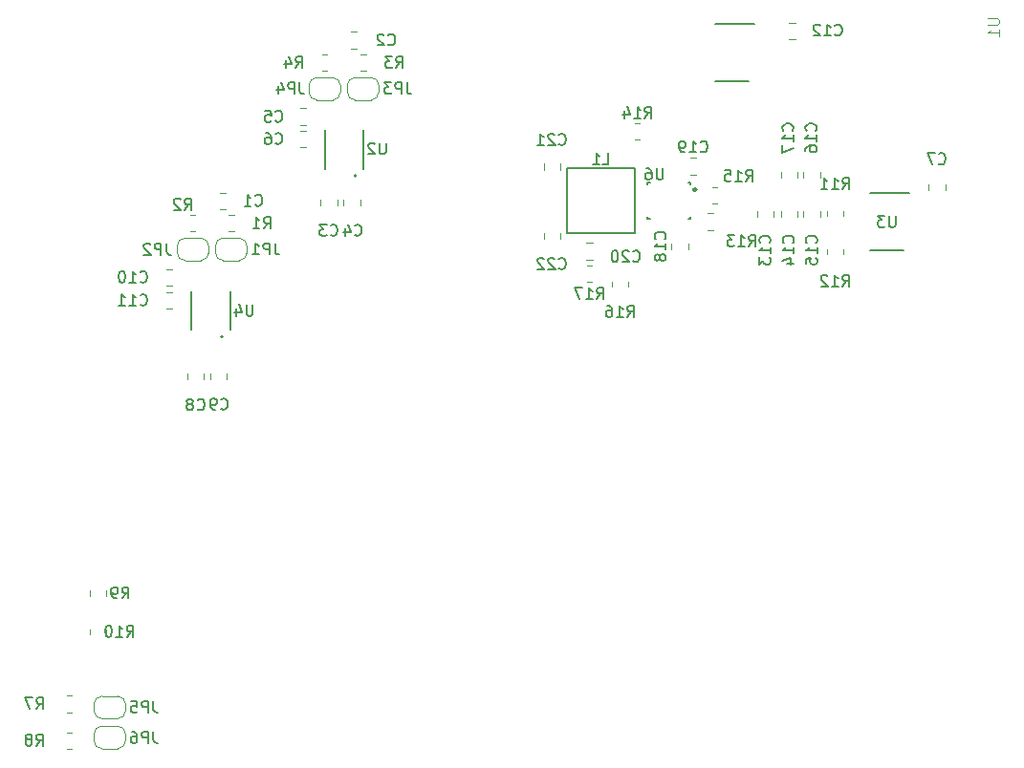
<source format=gbr>
%TF.GenerationSoftware,KiCad,Pcbnew,9.0.3*%
%TF.CreationDate,2025-07-26T14:09:02-04:00*%
%TF.ProjectId,Avionics,4176696f-6e69-4637-932e-6b696361645f,V0.8*%
%TF.SameCoordinates,Original*%
%TF.FileFunction,Legend,Bot*%
%TF.FilePolarity,Positive*%
%FSLAX46Y46*%
G04 Gerber Fmt 4.6, Leading zero omitted, Abs format (unit mm)*
G04 Created by KiCad (PCBNEW 9.0.3) date 2025-07-26 14:09:02*
%MOMM*%
%LPD*%
G01*
G04 APERTURE LIST*
%ADD10C,0.150000*%
%ADD11C,0.100000*%
%ADD12C,0.120000*%
%ADD13C,0.200000*%
%ADD14C,0.250000*%
%ADD15C,0.152400*%
G04 APERTURE END LIST*
D10*
X118752857Y-61229580D02*
X118800476Y-61277200D01*
X118800476Y-61277200D02*
X118943333Y-61324819D01*
X118943333Y-61324819D02*
X119038571Y-61324819D01*
X119038571Y-61324819D02*
X119181428Y-61277200D01*
X119181428Y-61277200D02*
X119276666Y-61181961D01*
X119276666Y-61181961D02*
X119324285Y-61086723D01*
X119324285Y-61086723D02*
X119371904Y-60896247D01*
X119371904Y-60896247D02*
X119371904Y-60753390D01*
X119371904Y-60753390D02*
X119324285Y-60562914D01*
X119324285Y-60562914D02*
X119276666Y-60467676D01*
X119276666Y-60467676D02*
X119181428Y-60372438D01*
X119181428Y-60372438D02*
X119038571Y-60324819D01*
X119038571Y-60324819D02*
X118943333Y-60324819D01*
X118943333Y-60324819D02*
X118800476Y-60372438D01*
X118800476Y-60372438D02*
X118752857Y-60420057D01*
X117800476Y-61324819D02*
X118371904Y-61324819D01*
X118086190Y-61324819D02*
X118086190Y-60324819D01*
X118086190Y-60324819D02*
X118181428Y-60467676D01*
X118181428Y-60467676D02*
X118276666Y-60562914D01*
X118276666Y-60562914D02*
X118371904Y-60610533D01*
X117324285Y-61324819D02*
X117133809Y-61324819D01*
X117133809Y-61324819D02*
X117038571Y-61277200D01*
X117038571Y-61277200D02*
X116990952Y-61229580D01*
X116990952Y-61229580D02*
X116895714Y-61086723D01*
X116895714Y-61086723D02*
X116848095Y-60896247D01*
X116848095Y-60896247D02*
X116848095Y-60515295D01*
X116848095Y-60515295D02*
X116895714Y-60420057D01*
X116895714Y-60420057D02*
X116943333Y-60372438D01*
X116943333Y-60372438D02*
X117038571Y-60324819D01*
X117038571Y-60324819D02*
X117229047Y-60324819D01*
X117229047Y-60324819D02*
X117324285Y-60372438D01*
X117324285Y-60372438D02*
X117371904Y-60420057D01*
X117371904Y-60420057D02*
X117419523Y-60515295D01*
X117419523Y-60515295D02*
X117419523Y-60753390D01*
X117419523Y-60753390D02*
X117371904Y-60848628D01*
X117371904Y-60848628D02*
X117324285Y-60896247D01*
X117324285Y-60896247D02*
X117229047Y-60943866D01*
X117229047Y-60943866D02*
X117038571Y-60943866D01*
X117038571Y-60943866D02*
X116943333Y-60896247D01*
X116943333Y-60896247D02*
X116895714Y-60848628D01*
X116895714Y-60848628D02*
X116848095Y-60753390D01*
X69142857Y-72759580D02*
X69190476Y-72807200D01*
X69190476Y-72807200D02*
X69333333Y-72854819D01*
X69333333Y-72854819D02*
X69428571Y-72854819D01*
X69428571Y-72854819D02*
X69571428Y-72807200D01*
X69571428Y-72807200D02*
X69666666Y-72711961D01*
X69666666Y-72711961D02*
X69714285Y-72616723D01*
X69714285Y-72616723D02*
X69761904Y-72426247D01*
X69761904Y-72426247D02*
X69761904Y-72283390D01*
X69761904Y-72283390D02*
X69714285Y-72092914D01*
X69714285Y-72092914D02*
X69666666Y-71997676D01*
X69666666Y-71997676D02*
X69571428Y-71902438D01*
X69571428Y-71902438D02*
X69428571Y-71854819D01*
X69428571Y-71854819D02*
X69333333Y-71854819D01*
X69333333Y-71854819D02*
X69190476Y-71902438D01*
X69190476Y-71902438D02*
X69142857Y-71950057D01*
X68190476Y-72854819D02*
X68761904Y-72854819D01*
X68476190Y-72854819D02*
X68476190Y-71854819D01*
X68476190Y-71854819D02*
X68571428Y-71997676D01*
X68571428Y-71997676D02*
X68666666Y-72092914D01*
X68666666Y-72092914D02*
X68761904Y-72140533D01*
X67571428Y-71854819D02*
X67476190Y-71854819D01*
X67476190Y-71854819D02*
X67380952Y-71902438D01*
X67380952Y-71902438D02*
X67333333Y-71950057D01*
X67333333Y-71950057D02*
X67285714Y-72045295D01*
X67285714Y-72045295D02*
X67238095Y-72235771D01*
X67238095Y-72235771D02*
X67238095Y-72473866D01*
X67238095Y-72473866D02*
X67285714Y-72664342D01*
X67285714Y-72664342D02*
X67333333Y-72759580D01*
X67333333Y-72759580D02*
X67380952Y-72807200D01*
X67380952Y-72807200D02*
X67476190Y-72854819D01*
X67476190Y-72854819D02*
X67571428Y-72854819D01*
X67571428Y-72854819D02*
X67666666Y-72807200D01*
X67666666Y-72807200D02*
X67714285Y-72759580D01*
X67714285Y-72759580D02*
X67761904Y-72664342D01*
X67761904Y-72664342D02*
X67809523Y-72473866D01*
X67809523Y-72473866D02*
X67809523Y-72235771D01*
X67809523Y-72235771D02*
X67761904Y-72045295D01*
X67761904Y-72045295D02*
X67714285Y-71950057D01*
X67714285Y-71950057D02*
X67666666Y-71902438D01*
X67666666Y-71902438D02*
X67571428Y-71854819D01*
X81118465Y-58521379D02*
X81166084Y-58568999D01*
X81166084Y-58568999D02*
X81308941Y-58616618D01*
X81308941Y-58616618D02*
X81404179Y-58616618D01*
X81404179Y-58616618D02*
X81547036Y-58568999D01*
X81547036Y-58568999D02*
X81642274Y-58473760D01*
X81642274Y-58473760D02*
X81689893Y-58378522D01*
X81689893Y-58378522D02*
X81737512Y-58188046D01*
X81737512Y-58188046D02*
X81737512Y-58045189D01*
X81737512Y-58045189D02*
X81689893Y-57854713D01*
X81689893Y-57854713D02*
X81642274Y-57759475D01*
X81642274Y-57759475D02*
X81547036Y-57664237D01*
X81547036Y-57664237D02*
X81404179Y-57616618D01*
X81404179Y-57616618D02*
X81308941Y-57616618D01*
X81308941Y-57616618D02*
X81166084Y-57664237D01*
X81166084Y-57664237D02*
X81118465Y-57711856D01*
X80213703Y-57616618D02*
X80689893Y-57616618D01*
X80689893Y-57616618D02*
X80737512Y-58092808D01*
X80737512Y-58092808D02*
X80689893Y-58045189D01*
X80689893Y-58045189D02*
X80594655Y-57997570D01*
X80594655Y-57997570D02*
X80356560Y-57997570D01*
X80356560Y-57997570D02*
X80261322Y-58045189D01*
X80261322Y-58045189D02*
X80213703Y-58092808D01*
X80213703Y-58092808D02*
X80166084Y-58188046D01*
X80166084Y-58188046D02*
X80166084Y-58426141D01*
X80166084Y-58426141D02*
X80213703Y-58521379D01*
X80213703Y-58521379D02*
X80261322Y-58568999D01*
X80261322Y-58568999D02*
X80356560Y-58616618D01*
X80356560Y-58616618D02*
X80594655Y-58616618D01*
X80594655Y-58616618D02*
X80689893Y-58568999D01*
X80689893Y-58568999D02*
X80737512Y-58521379D01*
X76295365Y-84034580D02*
X76342984Y-84082200D01*
X76342984Y-84082200D02*
X76485841Y-84129819D01*
X76485841Y-84129819D02*
X76581079Y-84129819D01*
X76581079Y-84129819D02*
X76723936Y-84082200D01*
X76723936Y-84082200D02*
X76819174Y-83986961D01*
X76819174Y-83986961D02*
X76866793Y-83891723D01*
X76866793Y-83891723D02*
X76914412Y-83701247D01*
X76914412Y-83701247D02*
X76914412Y-83558390D01*
X76914412Y-83558390D02*
X76866793Y-83367914D01*
X76866793Y-83367914D02*
X76819174Y-83272676D01*
X76819174Y-83272676D02*
X76723936Y-83177438D01*
X76723936Y-83177438D02*
X76581079Y-83129819D01*
X76581079Y-83129819D02*
X76485841Y-83129819D01*
X76485841Y-83129819D02*
X76342984Y-83177438D01*
X76342984Y-83177438D02*
X76295365Y-83225057D01*
X75819174Y-84129819D02*
X75628698Y-84129819D01*
X75628698Y-84129819D02*
X75533460Y-84082200D01*
X75533460Y-84082200D02*
X75485841Y-84034580D01*
X75485841Y-84034580D02*
X75390603Y-83891723D01*
X75390603Y-83891723D02*
X75342984Y-83701247D01*
X75342984Y-83701247D02*
X75342984Y-83320295D01*
X75342984Y-83320295D02*
X75390603Y-83225057D01*
X75390603Y-83225057D02*
X75438222Y-83177438D01*
X75438222Y-83177438D02*
X75533460Y-83129819D01*
X75533460Y-83129819D02*
X75723936Y-83129819D01*
X75723936Y-83129819D02*
X75819174Y-83177438D01*
X75819174Y-83177438D02*
X75866793Y-83225057D01*
X75866793Y-83225057D02*
X75914412Y-83320295D01*
X75914412Y-83320295D02*
X75914412Y-83558390D01*
X75914412Y-83558390D02*
X75866793Y-83653628D01*
X75866793Y-83653628D02*
X75819174Y-83701247D01*
X75819174Y-83701247D02*
X75723936Y-83748866D01*
X75723936Y-83748866D02*
X75533460Y-83748866D01*
X75533460Y-83748866D02*
X75438222Y-83701247D01*
X75438222Y-83701247D02*
X75390603Y-83653628D01*
X75390603Y-83653628D02*
X75342984Y-83558390D01*
X70308333Y-109979819D02*
X70308333Y-110694104D01*
X70308333Y-110694104D02*
X70355952Y-110836961D01*
X70355952Y-110836961D02*
X70451190Y-110932200D01*
X70451190Y-110932200D02*
X70594047Y-110979819D01*
X70594047Y-110979819D02*
X70689285Y-110979819D01*
X69832142Y-110979819D02*
X69832142Y-109979819D01*
X69832142Y-109979819D02*
X69451190Y-109979819D01*
X69451190Y-109979819D02*
X69355952Y-110027438D01*
X69355952Y-110027438D02*
X69308333Y-110075057D01*
X69308333Y-110075057D02*
X69260714Y-110170295D01*
X69260714Y-110170295D02*
X69260714Y-110313152D01*
X69260714Y-110313152D02*
X69308333Y-110408390D01*
X69308333Y-110408390D02*
X69355952Y-110456009D01*
X69355952Y-110456009D02*
X69451190Y-110503628D01*
X69451190Y-110503628D02*
X69832142Y-110503628D01*
X68355952Y-109979819D02*
X68832142Y-109979819D01*
X68832142Y-109979819D02*
X68879761Y-110456009D01*
X68879761Y-110456009D02*
X68832142Y-110408390D01*
X68832142Y-110408390D02*
X68736904Y-110360771D01*
X68736904Y-110360771D02*
X68498809Y-110360771D01*
X68498809Y-110360771D02*
X68403571Y-110408390D01*
X68403571Y-110408390D02*
X68355952Y-110456009D01*
X68355952Y-110456009D02*
X68308333Y-110551247D01*
X68308333Y-110551247D02*
X68308333Y-110789342D01*
X68308333Y-110789342D02*
X68355952Y-110884580D01*
X68355952Y-110884580D02*
X68403571Y-110932200D01*
X68403571Y-110932200D02*
X68498809Y-110979819D01*
X68498809Y-110979819D02*
X68736904Y-110979819D01*
X68736904Y-110979819D02*
X68832142Y-110932200D01*
X68832142Y-110932200D02*
X68879761Y-110884580D01*
X67541666Y-100854819D02*
X67874999Y-100378628D01*
X68113094Y-100854819D02*
X68113094Y-99854819D01*
X68113094Y-99854819D02*
X67732142Y-99854819D01*
X67732142Y-99854819D02*
X67636904Y-99902438D01*
X67636904Y-99902438D02*
X67589285Y-99950057D01*
X67589285Y-99950057D02*
X67541666Y-100045295D01*
X67541666Y-100045295D02*
X67541666Y-100188152D01*
X67541666Y-100188152D02*
X67589285Y-100283390D01*
X67589285Y-100283390D02*
X67636904Y-100331009D01*
X67636904Y-100331009D02*
X67732142Y-100378628D01*
X67732142Y-100378628D02*
X68113094Y-100378628D01*
X67065475Y-100854819D02*
X66874999Y-100854819D01*
X66874999Y-100854819D02*
X66779761Y-100807200D01*
X66779761Y-100807200D02*
X66732142Y-100759580D01*
X66732142Y-100759580D02*
X66636904Y-100616723D01*
X66636904Y-100616723D02*
X66589285Y-100426247D01*
X66589285Y-100426247D02*
X66589285Y-100045295D01*
X66589285Y-100045295D02*
X66636904Y-99950057D01*
X66636904Y-99950057D02*
X66684523Y-99902438D01*
X66684523Y-99902438D02*
X66779761Y-99854819D01*
X66779761Y-99854819D02*
X66970237Y-99854819D01*
X66970237Y-99854819D02*
X67065475Y-99902438D01*
X67065475Y-99902438D02*
X67113094Y-99950057D01*
X67113094Y-99950057D02*
X67160713Y-100045295D01*
X67160713Y-100045295D02*
X67160713Y-100283390D01*
X67160713Y-100283390D02*
X67113094Y-100378628D01*
X67113094Y-100378628D02*
X67065475Y-100426247D01*
X67065475Y-100426247D02*
X66970237Y-100473866D01*
X66970237Y-100473866D02*
X66779761Y-100473866D01*
X66779761Y-100473866D02*
X66684523Y-100426247D01*
X66684523Y-100426247D02*
X66636904Y-100378628D01*
X66636904Y-100378628D02*
X66589285Y-100283390D01*
X124859580Y-69344642D02*
X124907200Y-69297023D01*
X124907200Y-69297023D02*
X124954819Y-69154166D01*
X124954819Y-69154166D02*
X124954819Y-69058928D01*
X124954819Y-69058928D02*
X124907200Y-68916071D01*
X124907200Y-68916071D02*
X124811961Y-68820833D01*
X124811961Y-68820833D02*
X124716723Y-68773214D01*
X124716723Y-68773214D02*
X124526247Y-68725595D01*
X124526247Y-68725595D02*
X124383390Y-68725595D01*
X124383390Y-68725595D02*
X124192914Y-68773214D01*
X124192914Y-68773214D02*
X124097676Y-68820833D01*
X124097676Y-68820833D02*
X124002438Y-68916071D01*
X124002438Y-68916071D02*
X123954819Y-69058928D01*
X123954819Y-69058928D02*
X123954819Y-69154166D01*
X123954819Y-69154166D02*
X124002438Y-69297023D01*
X124002438Y-69297023D02*
X124050057Y-69344642D01*
X124954819Y-70297023D02*
X124954819Y-69725595D01*
X124954819Y-70011309D02*
X123954819Y-70011309D01*
X123954819Y-70011309D02*
X124097676Y-69916071D01*
X124097676Y-69916071D02*
X124192914Y-69820833D01*
X124192914Y-69820833D02*
X124240533Y-69725595D01*
X123954819Y-70630357D02*
X123954819Y-71249404D01*
X123954819Y-71249404D02*
X124335771Y-70916071D01*
X124335771Y-70916071D02*
X124335771Y-71058928D01*
X124335771Y-71058928D02*
X124383390Y-71154166D01*
X124383390Y-71154166D02*
X124431009Y-71201785D01*
X124431009Y-71201785D02*
X124526247Y-71249404D01*
X124526247Y-71249404D02*
X124764342Y-71249404D01*
X124764342Y-71249404D02*
X124859580Y-71201785D01*
X124859580Y-71201785D02*
X124907200Y-71154166D01*
X124907200Y-71154166D02*
X124954819Y-71058928D01*
X124954819Y-71058928D02*
X124954819Y-70773214D01*
X124954819Y-70773214D02*
X124907200Y-70677976D01*
X124907200Y-70677976D02*
X124859580Y-70630357D01*
X115604580Y-69007142D02*
X115652200Y-68959523D01*
X115652200Y-68959523D02*
X115699819Y-68816666D01*
X115699819Y-68816666D02*
X115699819Y-68721428D01*
X115699819Y-68721428D02*
X115652200Y-68578571D01*
X115652200Y-68578571D02*
X115556961Y-68483333D01*
X115556961Y-68483333D02*
X115461723Y-68435714D01*
X115461723Y-68435714D02*
X115271247Y-68388095D01*
X115271247Y-68388095D02*
X115128390Y-68388095D01*
X115128390Y-68388095D02*
X114937914Y-68435714D01*
X114937914Y-68435714D02*
X114842676Y-68483333D01*
X114842676Y-68483333D02*
X114747438Y-68578571D01*
X114747438Y-68578571D02*
X114699819Y-68721428D01*
X114699819Y-68721428D02*
X114699819Y-68816666D01*
X114699819Y-68816666D02*
X114747438Y-68959523D01*
X114747438Y-68959523D02*
X114795057Y-69007142D01*
X115699819Y-69959523D02*
X115699819Y-69388095D01*
X115699819Y-69673809D02*
X114699819Y-69673809D01*
X114699819Y-69673809D02*
X114842676Y-69578571D01*
X114842676Y-69578571D02*
X114937914Y-69483333D01*
X114937914Y-69483333D02*
X114985533Y-69388095D01*
X115128390Y-70530952D02*
X115080771Y-70435714D01*
X115080771Y-70435714D02*
X115033152Y-70388095D01*
X115033152Y-70388095D02*
X114937914Y-70340476D01*
X114937914Y-70340476D02*
X114890295Y-70340476D01*
X114890295Y-70340476D02*
X114795057Y-70388095D01*
X114795057Y-70388095D02*
X114747438Y-70435714D01*
X114747438Y-70435714D02*
X114699819Y-70530952D01*
X114699819Y-70530952D02*
X114699819Y-70721428D01*
X114699819Y-70721428D02*
X114747438Y-70816666D01*
X114747438Y-70816666D02*
X114795057Y-70864285D01*
X114795057Y-70864285D02*
X114890295Y-70911904D01*
X114890295Y-70911904D02*
X114937914Y-70911904D01*
X114937914Y-70911904D02*
X115033152Y-70864285D01*
X115033152Y-70864285D02*
X115080771Y-70816666D01*
X115080771Y-70816666D02*
X115128390Y-70721428D01*
X115128390Y-70721428D02*
X115128390Y-70530952D01*
X115128390Y-70530952D02*
X115176009Y-70435714D01*
X115176009Y-70435714D02*
X115223628Y-70388095D01*
X115223628Y-70388095D02*
X115318866Y-70340476D01*
X115318866Y-70340476D02*
X115509342Y-70340476D01*
X115509342Y-70340476D02*
X115604580Y-70388095D01*
X115604580Y-70388095D02*
X115652200Y-70435714D01*
X115652200Y-70435714D02*
X115699819Y-70530952D01*
X115699819Y-70530952D02*
X115699819Y-70721428D01*
X115699819Y-70721428D02*
X115652200Y-70816666D01*
X115652200Y-70816666D02*
X115604580Y-70864285D01*
X115604580Y-70864285D02*
X115509342Y-70911904D01*
X115509342Y-70911904D02*
X115318866Y-70911904D01*
X115318866Y-70911904D02*
X115223628Y-70864285D01*
X115223628Y-70864285D02*
X115176009Y-70816666D01*
X115176009Y-70816666D02*
X115128390Y-70721428D01*
X126949580Y-69344642D02*
X126997200Y-69297023D01*
X126997200Y-69297023D02*
X127044819Y-69154166D01*
X127044819Y-69154166D02*
X127044819Y-69058928D01*
X127044819Y-69058928D02*
X126997200Y-68916071D01*
X126997200Y-68916071D02*
X126901961Y-68820833D01*
X126901961Y-68820833D02*
X126806723Y-68773214D01*
X126806723Y-68773214D02*
X126616247Y-68725595D01*
X126616247Y-68725595D02*
X126473390Y-68725595D01*
X126473390Y-68725595D02*
X126282914Y-68773214D01*
X126282914Y-68773214D02*
X126187676Y-68820833D01*
X126187676Y-68820833D02*
X126092438Y-68916071D01*
X126092438Y-68916071D02*
X126044819Y-69058928D01*
X126044819Y-69058928D02*
X126044819Y-69154166D01*
X126044819Y-69154166D02*
X126092438Y-69297023D01*
X126092438Y-69297023D02*
X126140057Y-69344642D01*
X127044819Y-70297023D02*
X127044819Y-69725595D01*
X127044819Y-70011309D02*
X126044819Y-70011309D01*
X126044819Y-70011309D02*
X126187676Y-69916071D01*
X126187676Y-69916071D02*
X126282914Y-69820833D01*
X126282914Y-69820833D02*
X126330533Y-69725595D01*
X126378152Y-71154166D02*
X127044819Y-71154166D01*
X125997200Y-70916071D02*
X126711485Y-70677976D01*
X126711485Y-70677976D02*
X126711485Y-71297023D01*
X109567857Y-74329819D02*
X109901190Y-73853628D01*
X110139285Y-74329819D02*
X110139285Y-73329819D01*
X110139285Y-73329819D02*
X109758333Y-73329819D01*
X109758333Y-73329819D02*
X109663095Y-73377438D01*
X109663095Y-73377438D02*
X109615476Y-73425057D01*
X109615476Y-73425057D02*
X109567857Y-73520295D01*
X109567857Y-73520295D02*
X109567857Y-73663152D01*
X109567857Y-73663152D02*
X109615476Y-73758390D01*
X109615476Y-73758390D02*
X109663095Y-73806009D01*
X109663095Y-73806009D02*
X109758333Y-73853628D01*
X109758333Y-73853628D02*
X110139285Y-73853628D01*
X108615476Y-74329819D02*
X109186904Y-74329819D01*
X108901190Y-74329819D02*
X108901190Y-73329819D01*
X108901190Y-73329819D02*
X108996428Y-73472676D01*
X108996428Y-73472676D02*
X109091666Y-73567914D01*
X109091666Y-73567914D02*
X109186904Y-73615533D01*
X108282142Y-73329819D02*
X107615476Y-73329819D01*
X107615476Y-73329819D02*
X108044047Y-74329819D01*
X113830357Y-58279819D02*
X114163690Y-57803628D01*
X114401785Y-58279819D02*
X114401785Y-57279819D01*
X114401785Y-57279819D02*
X114020833Y-57279819D01*
X114020833Y-57279819D02*
X113925595Y-57327438D01*
X113925595Y-57327438D02*
X113877976Y-57375057D01*
X113877976Y-57375057D02*
X113830357Y-57470295D01*
X113830357Y-57470295D02*
X113830357Y-57613152D01*
X113830357Y-57613152D02*
X113877976Y-57708390D01*
X113877976Y-57708390D02*
X113925595Y-57756009D01*
X113925595Y-57756009D02*
X114020833Y-57803628D01*
X114020833Y-57803628D02*
X114401785Y-57803628D01*
X112877976Y-58279819D02*
X113449404Y-58279819D01*
X113163690Y-58279819D02*
X113163690Y-57279819D01*
X113163690Y-57279819D02*
X113258928Y-57422676D01*
X113258928Y-57422676D02*
X113354166Y-57517914D01*
X113354166Y-57517914D02*
X113449404Y-57565533D01*
X112020833Y-57613152D02*
X112020833Y-58279819D01*
X112258928Y-57232200D02*
X112497023Y-57946485D01*
X112497023Y-57946485D02*
X111877976Y-57946485D01*
X128989580Y-69344642D02*
X129037200Y-69297023D01*
X129037200Y-69297023D02*
X129084819Y-69154166D01*
X129084819Y-69154166D02*
X129084819Y-69058928D01*
X129084819Y-69058928D02*
X129037200Y-68916071D01*
X129037200Y-68916071D02*
X128941961Y-68820833D01*
X128941961Y-68820833D02*
X128846723Y-68773214D01*
X128846723Y-68773214D02*
X128656247Y-68725595D01*
X128656247Y-68725595D02*
X128513390Y-68725595D01*
X128513390Y-68725595D02*
X128322914Y-68773214D01*
X128322914Y-68773214D02*
X128227676Y-68820833D01*
X128227676Y-68820833D02*
X128132438Y-68916071D01*
X128132438Y-68916071D02*
X128084819Y-69058928D01*
X128084819Y-69058928D02*
X128084819Y-69154166D01*
X128084819Y-69154166D02*
X128132438Y-69297023D01*
X128132438Y-69297023D02*
X128180057Y-69344642D01*
X129084819Y-70297023D02*
X129084819Y-69725595D01*
X129084819Y-70011309D02*
X128084819Y-70011309D01*
X128084819Y-70011309D02*
X128227676Y-69916071D01*
X128227676Y-69916071D02*
X128322914Y-69820833D01*
X128322914Y-69820833D02*
X128370533Y-69725595D01*
X128084819Y-71201785D02*
X128084819Y-70725595D01*
X128084819Y-70725595D02*
X128561009Y-70677976D01*
X128561009Y-70677976D02*
X128513390Y-70725595D01*
X128513390Y-70725595D02*
X128465771Y-70820833D01*
X128465771Y-70820833D02*
X128465771Y-71058928D01*
X128465771Y-71058928D02*
X128513390Y-71154166D01*
X128513390Y-71154166D02*
X128561009Y-71201785D01*
X128561009Y-71201785D02*
X128656247Y-71249404D01*
X128656247Y-71249404D02*
X128894342Y-71249404D01*
X128894342Y-71249404D02*
X128989580Y-71201785D01*
X128989580Y-71201785D02*
X129037200Y-71154166D01*
X129037200Y-71154166D02*
X129084819Y-71058928D01*
X129084819Y-71058928D02*
X129084819Y-70820833D01*
X129084819Y-70820833D02*
X129037200Y-70725595D01*
X129037200Y-70725595D02*
X128989580Y-70677976D01*
X91799766Y-53839718D02*
X92133099Y-53363527D01*
X92371194Y-53839718D02*
X92371194Y-52839718D01*
X92371194Y-52839718D02*
X91990242Y-52839718D01*
X91990242Y-52839718D02*
X91895004Y-52887337D01*
X91895004Y-52887337D02*
X91847385Y-52934956D01*
X91847385Y-52934956D02*
X91799766Y-53030194D01*
X91799766Y-53030194D02*
X91799766Y-53173051D01*
X91799766Y-53173051D02*
X91847385Y-53268289D01*
X91847385Y-53268289D02*
X91895004Y-53315908D01*
X91895004Y-53315908D02*
X91990242Y-53363527D01*
X91990242Y-53363527D02*
X92371194Y-53363527D01*
X91466432Y-52839718D02*
X90847385Y-52839718D01*
X90847385Y-52839718D02*
X91180718Y-53220670D01*
X91180718Y-53220670D02*
X91037861Y-53220670D01*
X91037861Y-53220670D02*
X90942623Y-53268289D01*
X90942623Y-53268289D02*
X90895004Y-53315908D01*
X90895004Y-53315908D02*
X90847385Y-53411146D01*
X90847385Y-53411146D02*
X90847385Y-53649241D01*
X90847385Y-53649241D02*
X90895004Y-53744479D01*
X90895004Y-53744479D02*
X90942623Y-53792099D01*
X90942623Y-53792099D02*
X91037861Y-53839718D01*
X91037861Y-53839718D02*
X91323575Y-53839718D01*
X91323575Y-53839718D02*
X91418813Y-53792099D01*
X91418813Y-53792099D02*
X91466432Y-53744479D01*
X122792857Y-63879819D02*
X123126190Y-63403628D01*
X123364285Y-63879819D02*
X123364285Y-62879819D01*
X123364285Y-62879819D02*
X122983333Y-62879819D01*
X122983333Y-62879819D02*
X122888095Y-62927438D01*
X122888095Y-62927438D02*
X122840476Y-62975057D01*
X122840476Y-62975057D02*
X122792857Y-63070295D01*
X122792857Y-63070295D02*
X122792857Y-63213152D01*
X122792857Y-63213152D02*
X122840476Y-63308390D01*
X122840476Y-63308390D02*
X122888095Y-63356009D01*
X122888095Y-63356009D02*
X122983333Y-63403628D01*
X122983333Y-63403628D02*
X123364285Y-63403628D01*
X121840476Y-63879819D02*
X122411904Y-63879819D01*
X122126190Y-63879819D02*
X122126190Y-62879819D01*
X122126190Y-62879819D02*
X122221428Y-63022676D01*
X122221428Y-63022676D02*
X122316666Y-63117914D01*
X122316666Y-63117914D02*
X122411904Y-63165533D01*
X120935714Y-62879819D02*
X121411904Y-62879819D01*
X121411904Y-62879819D02*
X121459523Y-63356009D01*
X121459523Y-63356009D02*
X121411904Y-63308390D01*
X121411904Y-63308390D02*
X121316666Y-63260771D01*
X121316666Y-63260771D02*
X121078571Y-63260771D01*
X121078571Y-63260771D02*
X120983333Y-63308390D01*
X120983333Y-63308390D02*
X120935714Y-63356009D01*
X120935714Y-63356009D02*
X120888095Y-63451247D01*
X120888095Y-63451247D02*
X120888095Y-63689342D01*
X120888095Y-63689342D02*
X120935714Y-63784580D01*
X120935714Y-63784580D02*
X120983333Y-63832200D01*
X120983333Y-63832200D02*
X121078571Y-63879819D01*
X121078571Y-63879819D02*
X121316666Y-63879819D01*
X121316666Y-63879819D02*
X121411904Y-63832200D01*
X121411904Y-63832200D02*
X121459523Y-63784580D01*
X81118465Y-60511379D02*
X81166084Y-60558999D01*
X81166084Y-60558999D02*
X81308941Y-60606618D01*
X81308941Y-60606618D02*
X81404179Y-60606618D01*
X81404179Y-60606618D02*
X81547036Y-60558999D01*
X81547036Y-60558999D02*
X81642274Y-60463760D01*
X81642274Y-60463760D02*
X81689893Y-60368522D01*
X81689893Y-60368522D02*
X81737512Y-60178046D01*
X81737512Y-60178046D02*
X81737512Y-60035189D01*
X81737512Y-60035189D02*
X81689893Y-59844713D01*
X81689893Y-59844713D02*
X81642274Y-59749475D01*
X81642274Y-59749475D02*
X81547036Y-59654237D01*
X81547036Y-59654237D02*
X81404179Y-59606618D01*
X81404179Y-59606618D02*
X81308941Y-59606618D01*
X81308941Y-59606618D02*
X81166084Y-59654237D01*
X81166084Y-59654237D02*
X81118465Y-59701856D01*
X80261322Y-59606618D02*
X80451798Y-59606618D01*
X80451798Y-59606618D02*
X80547036Y-59654237D01*
X80547036Y-59654237D02*
X80594655Y-59701856D01*
X80594655Y-59701856D02*
X80689893Y-59844713D01*
X80689893Y-59844713D02*
X80737512Y-60035189D01*
X80737512Y-60035189D02*
X80737512Y-60416141D01*
X80737512Y-60416141D02*
X80689893Y-60511379D01*
X80689893Y-60511379D02*
X80642274Y-60558999D01*
X80642274Y-60558999D02*
X80547036Y-60606618D01*
X80547036Y-60606618D02*
X80356560Y-60606618D01*
X80356560Y-60606618D02*
X80261322Y-60558999D01*
X80261322Y-60558999D02*
X80213703Y-60511379D01*
X80213703Y-60511379D02*
X80166084Y-60416141D01*
X80166084Y-60416141D02*
X80166084Y-60178046D01*
X80166084Y-60178046D02*
X80213703Y-60082808D01*
X80213703Y-60082808D02*
X80261322Y-60035189D01*
X80261322Y-60035189D02*
X80356560Y-59987570D01*
X80356560Y-59987570D02*
X80547036Y-59987570D01*
X80547036Y-59987570D02*
X80642274Y-60035189D01*
X80642274Y-60035189D02*
X80689893Y-60082808D01*
X80689893Y-60082808D02*
X80737512Y-60178046D01*
X115436904Y-62729819D02*
X115436904Y-63539342D01*
X115436904Y-63539342D02*
X115389285Y-63634580D01*
X115389285Y-63634580D02*
X115341666Y-63682200D01*
X115341666Y-63682200D02*
X115246428Y-63729819D01*
X115246428Y-63729819D02*
X115055952Y-63729819D01*
X115055952Y-63729819D02*
X114960714Y-63682200D01*
X114960714Y-63682200D02*
X114913095Y-63634580D01*
X114913095Y-63634580D02*
X114865476Y-63539342D01*
X114865476Y-63539342D02*
X114865476Y-62729819D01*
X113960714Y-62729819D02*
X114151190Y-62729819D01*
X114151190Y-62729819D02*
X114246428Y-62777438D01*
X114246428Y-62777438D02*
X114294047Y-62825057D01*
X114294047Y-62825057D02*
X114389285Y-62967914D01*
X114389285Y-62967914D02*
X114436904Y-63158390D01*
X114436904Y-63158390D02*
X114436904Y-63539342D01*
X114436904Y-63539342D02*
X114389285Y-63634580D01*
X114389285Y-63634580D02*
X114341666Y-63682200D01*
X114341666Y-63682200D02*
X114246428Y-63729819D01*
X114246428Y-63729819D02*
X114055952Y-63729819D01*
X114055952Y-63729819D02*
X113960714Y-63682200D01*
X113960714Y-63682200D02*
X113913095Y-63634580D01*
X113913095Y-63634580D02*
X113865476Y-63539342D01*
X113865476Y-63539342D02*
X113865476Y-63301247D01*
X113865476Y-63301247D02*
X113913095Y-63206009D01*
X113913095Y-63206009D02*
X113960714Y-63158390D01*
X113960714Y-63158390D02*
X114055952Y-63110771D01*
X114055952Y-63110771D02*
X114246428Y-63110771D01*
X114246428Y-63110771D02*
X114341666Y-63158390D01*
X114341666Y-63158390D02*
X114389285Y-63206009D01*
X114389285Y-63206009D02*
X114436904Y-63301247D01*
X106217857Y-71584580D02*
X106265476Y-71632200D01*
X106265476Y-71632200D02*
X106408333Y-71679819D01*
X106408333Y-71679819D02*
X106503571Y-71679819D01*
X106503571Y-71679819D02*
X106646428Y-71632200D01*
X106646428Y-71632200D02*
X106741666Y-71536961D01*
X106741666Y-71536961D02*
X106789285Y-71441723D01*
X106789285Y-71441723D02*
X106836904Y-71251247D01*
X106836904Y-71251247D02*
X106836904Y-71108390D01*
X106836904Y-71108390D02*
X106789285Y-70917914D01*
X106789285Y-70917914D02*
X106741666Y-70822676D01*
X106741666Y-70822676D02*
X106646428Y-70727438D01*
X106646428Y-70727438D02*
X106503571Y-70679819D01*
X106503571Y-70679819D02*
X106408333Y-70679819D01*
X106408333Y-70679819D02*
X106265476Y-70727438D01*
X106265476Y-70727438D02*
X106217857Y-70775057D01*
X105836904Y-70775057D02*
X105789285Y-70727438D01*
X105789285Y-70727438D02*
X105694047Y-70679819D01*
X105694047Y-70679819D02*
X105455952Y-70679819D01*
X105455952Y-70679819D02*
X105360714Y-70727438D01*
X105360714Y-70727438D02*
X105313095Y-70775057D01*
X105313095Y-70775057D02*
X105265476Y-70870295D01*
X105265476Y-70870295D02*
X105265476Y-70965533D01*
X105265476Y-70965533D02*
X105313095Y-71108390D01*
X105313095Y-71108390D02*
X105884523Y-71679819D01*
X105884523Y-71679819D02*
X105265476Y-71679819D01*
X104884523Y-70775057D02*
X104836904Y-70727438D01*
X104836904Y-70727438D02*
X104741666Y-70679819D01*
X104741666Y-70679819D02*
X104503571Y-70679819D01*
X104503571Y-70679819D02*
X104408333Y-70727438D01*
X104408333Y-70727438D02*
X104360714Y-70775057D01*
X104360714Y-70775057D02*
X104313095Y-70870295D01*
X104313095Y-70870295D02*
X104313095Y-70965533D01*
X104313095Y-70965533D02*
X104360714Y-71108390D01*
X104360714Y-71108390D02*
X104932142Y-71679819D01*
X104932142Y-71679819D02*
X104313095Y-71679819D01*
X71470731Y-69388619D02*
X71470731Y-70102904D01*
X71470731Y-70102904D02*
X71518350Y-70245761D01*
X71518350Y-70245761D02*
X71613588Y-70341000D01*
X71613588Y-70341000D02*
X71756445Y-70388619D01*
X71756445Y-70388619D02*
X71851683Y-70388619D01*
X70994540Y-70388619D02*
X70994540Y-69388619D01*
X70994540Y-69388619D02*
X70613588Y-69388619D01*
X70613588Y-69388619D02*
X70518350Y-69436238D01*
X70518350Y-69436238D02*
X70470731Y-69483857D01*
X70470731Y-69483857D02*
X70423112Y-69579095D01*
X70423112Y-69579095D02*
X70423112Y-69721952D01*
X70423112Y-69721952D02*
X70470731Y-69817190D01*
X70470731Y-69817190D02*
X70518350Y-69864809D01*
X70518350Y-69864809D02*
X70613588Y-69912428D01*
X70613588Y-69912428D02*
X70994540Y-69912428D01*
X70042159Y-69483857D02*
X69994540Y-69436238D01*
X69994540Y-69436238D02*
X69899302Y-69388619D01*
X69899302Y-69388619D02*
X69661207Y-69388619D01*
X69661207Y-69388619D02*
X69565969Y-69436238D01*
X69565969Y-69436238D02*
X69518350Y-69483857D01*
X69518350Y-69483857D02*
X69470731Y-69579095D01*
X69470731Y-69579095D02*
X69470731Y-69674333D01*
X69470731Y-69674333D02*
X69518350Y-69817190D01*
X69518350Y-69817190D02*
X70089778Y-70388619D01*
X70089778Y-70388619D02*
X69470731Y-70388619D01*
X73085365Y-66421719D02*
X73418698Y-65945528D01*
X73656793Y-66421719D02*
X73656793Y-65421719D01*
X73656793Y-65421719D02*
X73275841Y-65421719D01*
X73275841Y-65421719D02*
X73180603Y-65469338D01*
X73180603Y-65469338D02*
X73132984Y-65516957D01*
X73132984Y-65516957D02*
X73085365Y-65612195D01*
X73085365Y-65612195D02*
X73085365Y-65755052D01*
X73085365Y-65755052D02*
X73132984Y-65850290D01*
X73132984Y-65850290D02*
X73180603Y-65897909D01*
X73180603Y-65897909D02*
X73275841Y-65945528D01*
X73275841Y-65945528D02*
X73656793Y-65945528D01*
X72704412Y-65516957D02*
X72656793Y-65469338D01*
X72656793Y-65469338D02*
X72561555Y-65421719D01*
X72561555Y-65421719D02*
X72323460Y-65421719D01*
X72323460Y-65421719D02*
X72228222Y-65469338D01*
X72228222Y-65469338D02*
X72180603Y-65516957D01*
X72180603Y-65516957D02*
X72132984Y-65612195D01*
X72132984Y-65612195D02*
X72132984Y-65707433D01*
X72132984Y-65707433D02*
X72180603Y-65850290D01*
X72180603Y-65850290D02*
X72752031Y-66421719D01*
X72752031Y-66421719D02*
X72132984Y-66421719D01*
X130667858Y-50884580D02*
X130715477Y-50932200D01*
X130715477Y-50932200D02*
X130858334Y-50979819D01*
X130858334Y-50979819D02*
X130953572Y-50979819D01*
X130953572Y-50979819D02*
X131096429Y-50932200D01*
X131096429Y-50932200D02*
X131191667Y-50836961D01*
X131191667Y-50836961D02*
X131239286Y-50741723D01*
X131239286Y-50741723D02*
X131286905Y-50551247D01*
X131286905Y-50551247D02*
X131286905Y-50408390D01*
X131286905Y-50408390D02*
X131239286Y-50217914D01*
X131239286Y-50217914D02*
X131191667Y-50122676D01*
X131191667Y-50122676D02*
X131096429Y-50027438D01*
X131096429Y-50027438D02*
X130953572Y-49979819D01*
X130953572Y-49979819D02*
X130858334Y-49979819D01*
X130858334Y-49979819D02*
X130715477Y-50027438D01*
X130715477Y-50027438D02*
X130667858Y-50075057D01*
X129715477Y-50979819D02*
X130286905Y-50979819D01*
X130001191Y-50979819D02*
X130001191Y-49979819D01*
X130001191Y-49979819D02*
X130096429Y-50122676D01*
X130096429Y-50122676D02*
X130191667Y-50217914D01*
X130191667Y-50217914D02*
X130286905Y-50265533D01*
X129334524Y-50075057D02*
X129286905Y-50027438D01*
X129286905Y-50027438D02*
X129191667Y-49979819D01*
X129191667Y-49979819D02*
X128953572Y-49979819D01*
X128953572Y-49979819D02*
X128858334Y-50027438D01*
X128858334Y-50027438D02*
X128810715Y-50075057D01*
X128810715Y-50075057D02*
X128763096Y-50170295D01*
X128763096Y-50170295D02*
X128763096Y-50265533D01*
X128763096Y-50265533D02*
X128810715Y-50408390D01*
X128810715Y-50408390D02*
X129382143Y-50979819D01*
X129382143Y-50979819D02*
X128763096Y-50979819D01*
X79335365Y-65976480D02*
X79382984Y-66024100D01*
X79382984Y-66024100D02*
X79525841Y-66071719D01*
X79525841Y-66071719D02*
X79621079Y-66071719D01*
X79621079Y-66071719D02*
X79763936Y-66024100D01*
X79763936Y-66024100D02*
X79859174Y-65928861D01*
X79859174Y-65928861D02*
X79906793Y-65833623D01*
X79906793Y-65833623D02*
X79954412Y-65643147D01*
X79954412Y-65643147D02*
X79954412Y-65500290D01*
X79954412Y-65500290D02*
X79906793Y-65309814D01*
X79906793Y-65309814D02*
X79859174Y-65214576D01*
X79859174Y-65214576D02*
X79763936Y-65119338D01*
X79763936Y-65119338D02*
X79621079Y-65071719D01*
X79621079Y-65071719D02*
X79525841Y-65071719D01*
X79525841Y-65071719D02*
X79382984Y-65119338D01*
X79382984Y-65119338D02*
X79335365Y-65166957D01*
X78382984Y-66071719D02*
X78954412Y-66071719D01*
X78668698Y-66071719D02*
X78668698Y-65071719D01*
X78668698Y-65071719D02*
X78763936Y-65214576D01*
X78763936Y-65214576D02*
X78859174Y-65309814D01*
X78859174Y-65309814D02*
X78954412Y-65357433D01*
X69142857Y-74809580D02*
X69190476Y-74857200D01*
X69190476Y-74857200D02*
X69333333Y-74904819D01*
X69333333Y-74904819D02*
X69428571Y-74904819D01*
X69428571Y-74904819D02*
X69571428Y-74857200D01*
X69571428Y-74857200D02*
X69666666Y-74761961D01*
X69666666Y-74761961D02*
X69714285Y-74666723D01*
X69714285Y-74666723D02*
X69761904Y-74476247D01*
X69761904Y-74476247D02*
X69761904Y-74333390D01*
X69761904Y-74333390D02*
X69714285Y-74142914D01*
X69714285Y-74142914D02*
X69666666Y-74047676D01*
X69666666Y-74047676D02*
X69571428Y-73952438D01*
X69571428Y-73952438D02*
X69428571Y-73904819D01*
X69428571Y-73904819D02*
X69333333Y-73904819D01*
X69333333Y-73904819D02*
X69190476Y-73952438D01*
X69190476Y-73952438D02*
X69142857Y-74000057D01*
X68190476Y-74904819D02*
X68761904Y-74904819D01*
X68476190Y-74904819D02*
X68476190Y-73904819D01*
X68476190Y-73904819D02*
X68571428Y-74047676D01*
X68571428Y-74047676D02*
X68666666Y-74142914D01*
X68666666Y-74142914D02*
X68761904Y-74190533D01*
X67238095Y-74904819D02*
X67809523Y-74904819D01*
X67523809Y-74904819D02*
X67523809Y-73904819D01*
X67523809Y-73904819D02*
X67619047Y-74047676D01*
X67619047Y-74047676D02*
X67714285Y-74142914D01*
X67714285Y-74142914D02*
X67809523Y-74190533D01*
X110110066Y-62404819D02*
X110586256Y-62404819D01*
X110586256Y-62404819D02*
X110586256Y-61404819D01*
X109252923Y-62404819D02*
X109824351Y-62404819D01*
X109538637Y-62404819D02*
X109538637Y-61404819D01*
X109538637Y-61404819D02*
X109633875Y-61547676D01*
X109633875Y-61547676D02*
X109729113Y-61642914D01*
X109729113Y-61642914D02*
X109824351Y-61690533D01*
X131342857Y-64592319D02*
X131676190Y-64116128D01*
X131914285Y-64592319D02*
X131914285Y-63592319D01*
X131914285Y-63592319D02*
X131533333Y-63592319D01*
X131533333Y-63592319D02*
X131438095Y-63639938D01*
X131438095Y-63639938D02*
X131390476Y-63687557D01*
X131390476Y-63687557D02*
X131342857Y-63782795D01*
X131342857Y-63782795D02*
X131342857Y-63925652D01*
X131342857Y-63925652D02*
X131390476Y-64020890D01*
X131390476Y-64020890D02*
X131438095Y-64068509D01*
X131438095Y-64068509D02*
X131533333Y-64116128D01*
X131533333Y-64116128D02*
X131914285Y-64116128D01*
X130390476Y-64592319D02*
X130961904Y-64592319D01*
X130676190Y-64592319D02*
X130676190Y-63592319D01*
X130676190Y-63592319D02*
X130771428Y-63735176D01*
X130771428Y-63735176D02*
X130866666Y-63830414D01*
X130866666Y-63830414D02*
X130961904Y-63878033D01*
X129438095Y-64592319D02*
X130009523Y-64592319D01*
X129723809Y-64592319D02*
X129723809Y-63592319D01*
X129723809Y-63592319D02*
X129819047Y-63735176D01*
X129819047Y-63735176D02*
X129914285Y-63830414D01*
X129914285Y-63830414D02*
X130009523Y-63878033D01*
X126899580Y-59394642D02*
X126947200Y-59347023D01*
X126947200Y-59347023D02*
X126994819Y-59204166D01*
X126994819Y-59204166D02*
X126994819Y-59108928D01*
X126994819Y-59108928D02*
X126947200Y-58966071D01*
X126947200Y-58966071D02*
X126851961Y-58870833D01*
X126851961Y-58870833D02*
X126756723Y-58823214D01*
X126756723Y-58823214D02*
X126566247Y-58775595D01*
X126566247Y-58775595D02*
X126423390Y-58775595D01*
X126423390Y-58775595D02*
X126232914Y-58823214D01*
X126232914Y-58823214D02*
X126137676Y-58870833D01*
X126137676Y-58870833D02*
X126042438Y-58966071D01*
X126042438Y-58966071D02*
X125994819Y-59108928D01*
X125994819Y-59108928D02*
X125994819Y-59204166D01*
X125994819Y-59204166D02*
X126042438Y-59347023D01*
X126042438Y-59347023D02*
X126090057Y-59394642D01*
X126994819Y-60347023D02*
X126994819Y-59775595D01*
X126994819Y-60061309D02*
X125994819Y-60061309D01*
X125994819Y-60061309D02*
X126137676Y-59966071D01*
X126137676Y-59966071D02*
X126232914Y-59870833D01*
X126232914Y-59870833D02*
X126280533Y-59775595D01*
X125994819Y-60680357D02*
X125994819Y-61347023D01*
X125994819Y-61347023D02*
X126994819Y-60918452D01*
D11*
X144207419Y-49438095D02*
X145016942Y-49438095D01*
X145016942Y-49438095D02*
X145112180Y-49485714D01*
X145112180Y-49485714D02*
X145159800Y-49533333D01*
X145159800Y-49533333D02*
X145207419Y-49628571D01*
X145207419Y-49628571D02*
X145207419Y-49819047D01*
X145207419Y-49819047D02*
X145159800Y-49914285D01*
X145159800Y-49914285D02*
X145112180Y-49961904D01*
X145112180Y-49961904D02*
X145016942Y-50009523D01*
X145016942Y-50009523D02*
X144207419Y-50009523D01*
X145207419Y-51009523D02*
X145207419Y-50438095D01*
X145207419Y-50723809D02*
X144207419Y-50723809D01*
X144207419Y-50723809D02*
X144350276Y-50628571D01*
X144350276Y-50628571D02*
X144445514Y-50533333D01*
X144445514Y-50533333D02*
X144493133Y-50438095D01*
D10*
X92766433Y-55139718D02*
X92766433Y-55854003D01*
X92766433Y-55854003D02*
X92814052Y-55996860D01*
X92814052Y-55996860D02*
X92909290Y-56092099D01*
X92909290Y-56092099D02*
X93052147Y-56139718D01*
X93052147Y-56139718D02*
X93147385Y-56139718D01*
X92290242Y-56139718D02*
X92290242Y-55139718D01*
X92290242Y-55139718D02*
X91909290Y-55139718D01*
X91909290Y-55139718D02*
X91814052Y-55187337D01*
X91814052Y-55187337D02*
X91766433Y-55234956D01*
X91766433Y-55234956D02*
X91718814Y-55330194D01*
X91718814Y-55330194D02*
X91718814Y-55473051D01*
X91718814Y-55473051D02*
X91766433Y-55568289D01*
X91766433Y-55568289D02*
X91814052Y-55615908D01*
X91814052Y-55615908D02*
X91909290Y-55663527D01*
X91909290Y-55663527D02*
X92290242Y-55663527D01*
X91385480Y-55139718D02*
X90766433Y-55139718D01*
X90766433Y-55139718D02*
X91099766Y-55520670D01*
X91099766Y-55520670D02*
X90956909Y-55520670D01*
X90956909Y-55520670D02*
X90861671Y-55568289D01*
X90861671Y-55568289D02*
X90814052Y-55615908D01*
X90814052Y-55615908D02*
X90766433Y-55711146D01*
X90766433Y-55711146D02*
X90766433Y-55949241D01*
X90766433Y-55949241D02*
X90814052Y-56044479D01*
X90814052Y-56044479D02*
X90861671Y-56092099D01*
X90861671Y-56092099D02*
X90956909Y-56139718D01*
X90956909Y-56139718D02*
X91242623Y-56139718D01*
X91242623Y-56139718D02*
X91337861Y-56092099D01*
X91337861Y-56092099D02*
X91385480Y-56044479D01*
X112792857Y-70934580D02*
X112840476Y-70982200D01*
X112840476Y-70982200D02*
X112983333Y-71029819D01*
X112983333Y-71029819D02*
X113078571Y-71029819D01*
X113078571Y-71029819D02*
X113221428Y-70982200D01*
X113221428Y-70982200D02*
X113316666Y-70886961D01*
X113316666Y-70886961D02*
X113364285Y-70791723D01*
X113364285Y-70791723D02*
X113411904Y-70601247D01*
X113411904Y-70601247D02*
X113411904Y-70458390D01*
X113411904Y-70458390D02*
X113364285Y-70267914D01*
X113364285Y-70267914D02*
X113316666Y-70172676D01*
X113316666Y-70172676D02*
X113221428Y-70077438D01*
X113221428Y-70077438D02*
X113078571Y-70029819D01*
X113078571Y-70029819D02*
X112983333Y-70029819D01*
X112983333Y-70029819D02*
X112840476Y-70077438D01*
X112840476Y-70077438D02*
X112792857Y-70125057D01*
X112411904Y-70125057D02*
X112364285Y-70077438D01*
X112364285Y-70077438D02*
X112269047Y-70029819D01*
X112269047Y-70029819D02*
X112030952Y-70029819D01*
X112030952Y-70029819D02*
X111935714Y-70077438D01*
X111935714Y-70077438D02*
X111888095Y-70125057D01*
X111888095Y-70125057D02*
X111840476Y-70220295D01*
X111840476Y-70220295D02*
X111840476Y-70315533D01*
X111840476Y-70315533D02*
X111888095Y-70458390D01*
X111888095Y-70458390D02*
X112459523Y-71029819D01*
X112459523Y-71029819D02*
X111840476Y-71029819D01*
X111221428Y-70029819D02*
X111126190Y-70029819D01*
X111126190Y-70029819D02*
X111030952Y-70077438D01*
X111030952Y-70077438D02*
X110983333Y-70125057D01*
X110983333Y-70125057D02*
X110935714Y-70220295D01*
X110935714Y-70220295D02*
X110888095Y-70410771D01*
X110888095Y-70410771D02*
X110888095Y-70648866D01*
X110888095Y-70648866D02*
X110935714Y-70839342D01*
X110935714Y-70839342D02*
X110983333Y-70934580D01*
X110983333Y-70934580D02*
X111030952Y-70982200D01*
X111030952Y-70982200D02*
X111126190Y-71029819D01*
X111126190Y-71029819D02*
X111221428Y-71029819D01*
X111221428Y-71029819D02*
X111316666Y-70982200D01*
X111316666Y-70982200D02*
X111364285Y-70934580D01*
X111364285Y-70934580D02*
X111411904Y-70839342D01*
X111411904Y-70839342D02*
X111459523Y-70648866D01*
X111459523Y-70648866D02*
X111459523Y-70410771D01*
X111459523Y-70410771D02*
X111411904Y-70220295D01*
X111411904Y-70220295D02*
X111364285Y-70125057D01*
X111364285Y-70125057D02*
X111316666Y-70077438D01*
X111316666Y-70077438D02*
X111221428Y-70029819D01*
X90895004Y-60489718D02*
X90895004Y-61299241D01*
X90895004Y-61299241D02*
X90847385Y-61394479D01*
X90847385Y-61394479D02*
X90799766Y-61442099D01*
X90799766Y-61442099D02*
X90704528Y-61489718D01*
X90704528Y-61489718D02*
X90514052Y-61489718D01*
X90514052Y-61489718D02*
X90418814Y-61442099D01*
X90418814Y-61442099D02*
X90371195Y-61394479D01*
X90371195Y-61394479D02*
X90323576Y-61299241D01*
X90323576Y-61299241D02*
X90323576Y-60489718D01*
X89895004Y-60584956D02*
X89847385Y-60537337D01*
X89847385Y-60537337D02*
X89752147Y-60489718D01*
X89752147Y-60489718D02*
X89514052Y-60489718D01*
X89514052Y-60489718D02*
X89418814Y-60537337D01*
X89418814Y-60537337D02*
X89371195Y-60584956D01*
X89371195Y-60584956D02*
X89323576Y-60680194D01*
X89323576Y-60680194D02*
X89323576Y-60775432D01*
X89323576Y-60775432D02*
X89371195Y-60918289D01*
X89371195Y-60918289D02*
X89942623Y-61489718D01*
X89942623Y-61489718D02*
X89323576Y-61489718D01*
X88143465Y-68636379D02*
X88191084Y-68683999D01*
X88191084Y-68683999D02*
X88333941Y-68731618D01*
X88333941Y-68731618D02*
X88429179Y-68731618D01*
X88429179Y-68731618D02*
X88572036Y-68683999D01*
X88572036Y-68683999D02*
X88667274Y-68588760D01*
X88667274Y-68588760D02*
X88714893Y-68493522D01*
X88714893Y-68493522D02*
X88762512Y-68303046D01*
X88762512Y-68303046D02*
X88762512Y-68160189D01*
X88762512Y-68160189D02*
X88714893Y-67969713D01*
X88714893Y-67969713D02*
X88667274Y-67874475D01*
X88667274Y-67874475D02*
X88572036Y-67779237D01*
X88572036Y-67779237D02*
X88429179Y-67731618D01*
X88429179Y-67731618D02*
X88333941Y-67731618D01*
X88333941Y-67731618D02*
X88191084Y-67779237D01*
X88191084Y-67779237D02*
X88143465Y-67826856D01*
X87286322Y-68064951D02*
X87286322Y-68731618D01*
X87524417Y-67683999D02*
X87762512Y-68398284D01*
X87762512Y-68398284D02*
X87143465Y-68398284D01*
X112287857Y-75924819D02*
X112621190Y-75448628D01*
X112859285Y-75924819D02*
X112859285Y-74924819D01*
X112859285Y-74924819D02*
X112478333Y-74924819D01*
X112478333Y-74924819D02*
X112383095Y-74972438D01*
X112383095Y-74972438D02*
X112335476Y-75020057D01*
X112335476Y-75020057D02*
X112287857Y-75115295D01*
X112287857Y-75115295D02*
X112287857Y-75258152D01*
X112287857Y-75258152D02*
X112335476Y-75353390D01*
X112335476Y-75353390D02*
X112383095Y-75401009D01*
X112383095Y-75401009D02*
X112478333Y-75448628D01*
X112478333Y-75448628D02*
X112859285Y-75448628D01*
X111335476Y-75924819D02*
X111906904Y-75924819D01*
X111621190Y-75924819D02*
X111621190Y-74924819D01*
X111621190Y-74924819D02*
X111716428Y-75067676D01*
X111716428Y-75067676D02*
X111811666Y-75162914D01*
X111811666Y-75162914D02*
X111906904Y-75210533D01*
X110478333Y-74924819D02*
X110668809Y-74924819D01*
X110668809Y-74924819D02*
X110764047Y-74972438D01*
X110764047Y-74972438D02*
X110811666Y-75020057D01*
X110811666Y-75020057D02*
X110906904Y-75162914D01*
X110906904Y-75162914D02*
X110954523Y-75353390D01*
X110954523Y-75353390D02*
X110954523Y-75734342D01*
X110954523Y-75734342D02*
X110906904Y-75829580D01*
X110906904Y-75829580D02*
X110859285Y-75877200D01*
X110859285Y-75877200D02*
X110764047Y-75924819D01*
X110764047Y-75924819D02*
X110573571Y-75924819D01*
X110573571Y-75924819D02*
X110478333Y-75877200D01*
X110478333Y-75877200D02*
X110430714Y-75829580D01*
X110430714Y-75829580D02*
X110383095Y-75734342D01*
X110383095Y-75734342D02*
X110383095Y-75496247D01*
X110383095Y-75496247D02*
X110430714Y-75401009D01*
X110430714Y-75401009D02*
X110478333Y-75353390D01*
X110478333Y-75353390D02*
X110573571Y-75305771D01*
X110573571Y-75305771D02*
X110764047Y-75305771D01*
X110764047Y-75305771D02*
X110859285Y-75353390D01*
X110859285Y-75353390D02*
X110906904Y-75401009D01*
X110906904Y-75401009D02*
X110954523Y-75496247D01*
X67967857Y-104267319D02*
X68301190Y-103791128D01*
X68539285Y-104267319D02*
X68539285Y-103267319D01*
X68539285Y-103267319D02*
X68158333Y-103267319D01*
X68158333Y-103267319D02*
X68063095Y-103314938D01*
X68063095Y-103314938D02*
X68015476Y-103362557D01*
X68015476Y-103362557D02*
X67967857Y-103457795D01*
X67967857Y-103457795D02*
X67967857Y-103600652D01*
X67967857Y-103600652D02*
X68015476Y-103695890D01*
X68015476Y-103695890D02*
X68063095Y-103743509D01*
X68063095Y-103743509D02*
X68158333Y-103791128D01*
X68158333Y-103791128D02*
X68539285Y-103791128D01*
X67015476Y-104267319D02*
X67586904Y-104267319D01*
X67301190Y-104267319D02*
X67301190Y-103267319D01*
X67301190Y-103267319D02*
X67396428Y-103410176D01*
X67396428Y-103410176D02*
X67491666Y-103505414D01*
X67491666Y-103505414D02*
X67586904Y-103553033D01*
X66396428Y-103267319D02*
X66301190Y-103267319D01*
X66301190Y-103267319D02*
X66205952Y-103314938D01*
X66205952Y-103314938D02*
X66158333Y-103362557D01*
X66158333Y-103362557D02*
X66110714Y-103457795D01*
X66110714Y-103457795D02*
X66063095Y-103648271D01*
X66063095Y-103648271D02*
X66063095Y-103886366D01*
X66063095Y-103886366D02*
X66110714Y-104076842D01*
X66110714Y-104076842D02*
X66158333Y-104172080D01*
X66158333Y-104172080D02*
X66205952Y-104219700D01*
X66205952Y-104219700D02*
X66301190Y-104267319D01*
X66301190Y-104267319D02*
X66396428Y-104267319D01*
X66396428Y-104267319D02*
X66491666Y-104219700D01*
X66491666Y-104219700D02*
X66539285Y-104172080D01*
X66539285Y-104172080D02*
X66586904Y-104076842D01*
X66586904Y-104076842D02*
X66634523Y-103886366D01*
X66634523Y-103886366D02*
X66634523Y-103648271D01*
X66634523Y-103648271D02*
X66586904Y-103457795D01*
X66586904Y-103457795D02*
X66539285Y-103362557D01*
X66539285Y-103362557D02*
X66491666Y-103314938D01*
X66491666Y-103314938D02*
X66396428Y-103267319D01*
X123055357Y-69654819D02*
X123388690Y-69178628D01*
X123626785Y-69654819D02*
X123626785Y-68654819D01*
X123626785Y-68654819D02*
X123245833Y-68654819D01*
X123245833Y-68654819D02*
X123150595Y-68702438D01*
X123150595Y-68702438D02*
X123102976Y-68750057D01*
X123102976Y-68750057D02*
X123055357Y-68845295D01*
X123055357Y-68845295D02*
X123055357Y-68988152D01*
X123055357Y-68988152D02*
X123102976Y-69083390D01*
X123102976Y-69083390D02*
X123150595Y-69131009D01*
X123150595Y-69131009D02*
X123245833Y-69178628D01*
X123245833Y-69178628D02*
X123626785Y-69178628D01*
X122102976Y-69654819D02*
X122674404Y-69654819D01*
X122388690Y-69654819D02*
X122388690Y-68654819D01*
X122388690Y-68654819D02*
X122483928Y-68797676D01*
X122483928Y-68797676D02*
X122579166Y-68892914D01*
X122579166Y-68892914D02*
X122674404Y-68940533D01*
X121769642Y-68654819D02*
X121150595Y-68654819D01*
X121150595Y-68654819D02*
X121483928Y-69035771D01*
X121483928Y-69035771D02*
X121341071Y-69035771D01*
X121341071Y-69035771D02*
X121245833Y-69083390D01*
X121245833Y-69083390D02*
X121198214Y-69131009D01*
X121198214Y-69131009D02*
X121150595Y-69226247D01*
X121150595Y-69226247D02*
X121150595Y-69464342D01*
X121150595Y-69464342D02*
X121198214Y-69559580D01*
X121198214Y-69559580D02*
X121245833Y-69607200D01*
X121245833Y-69607200D02*
X121341071Y-69654819D01*
X121341071Y-69654819D02*
X121626785Y-69654819D01*
X121626785Y-69654819D02*
X121722023Y-69607200D01*
X121722023Y-69607200D02*
X121769642Y-69559580D01*
X128959580Y-59394642D02*
X129007200Y-59347023D01*
X129007200Y-59347023D02*
X129054819Y-59204166D01*
X129054819Y-59204166D02*
X129054819Y-59108928D01*
X129054819Y-59108928D02*
X129007200Y-58966071D01*
X129007200Y-58966071D02*
X128911961Y-58870833D01*
X128911961Y-58870833D02*
X128816723Y-58823214D01*
X128816723Y-58823214D02*
X128626247Y-58775595D01*
X128626247Y-58775595D02*
X128483390Y-58775595D01*
X128483390Y-58775595D02*
X128292914Y-58823214D01*
X128292914Y-58823214D02*
X128197676Y-58870833D01*
X128197676Y-58870833D02*
X128102438Y-58966071D01*
X128102438Y-58966071D02*
X128054819Y-59108928D01*
X128054819Y-59108928D02*
X128054819Y-59204166D01*
X128054819Y-59204166D02*
X128102438Y-59347023D01*
X128102438Y-59347023D02*
X128150057Y-59394642D01*
X129054819Y-60347023D02*
X129054819Y-59775595D01*
X129054819Y-60061309D02*
X128054819Y-60061309D01*
X128054819Y-60061309D02*
X128197676Y-59966071D01*
X128197676Y-59966071D02*
X128292914Y-59870833D01*
X128292914Y-59870833D02*
X128340533Y-59775595D01*
X128054819Y-61204166D02*
X128054819Y-61013690D01*
X128054819Y-61013690D02*
X128102438Y-60918452D01*
X128102438Y-60918452D02*
X128150057Y-60870833D01*
X128150057Y-60870833D02*
X128292914Y-60775595D01*
X128292914Y-60775595D02*
X128483390Y-60727976D01*
X128483390Y-60727976D02*
X128864342Y-60727976D01*
X128864342Y-60727976D02*
X128959580Y-60775595D01*
X128959580Y-60775595D02*
X129007200Y-60823214D01*
X129007200Y-60823214D02*
X129054819Y-60918452D01*
X129054819Y-60918452D02*
X129054819Y-61108928D01*
X129054819Y-61108928D02*
X129007200Y-61204166D01*
X129007200Y-61204166D02*
X128959580Y-61251785D01*
X128959580Y-61251785D02*
X128864342Y-61299404D01*
X128864342Y-61299404D02*
X128626247Y-61299404D01*
X128626247Y-61299404D02*
X128531009Y-61251785D01*
X128531009Y-61251785D02*
X128483390Y-61204166D01*
X128483390Y-61204166D02*
X128435771Y-61108928D01*
X128435771Y-61108928D02*
X128435771Y-60918452D01*
X128435771Y-60918452D02*
X128483390Y-60823214D01*
X128483390Y-60823214D02*
X128531009Y-60775595D01*
X128531009Y-60775595D02*
X128626247Y-60727976D01*
X79111904Y-74804819D02*
X79111904Y-75614342D01*
X79111904Y-75614342D02*
X79064285Y-75709580D01*
X79064285Y-75709580D02*
X79016666Y-75757200D01*
X79016666Y-75757200D02*
X78921428Y-75804819D01*
X78921428Y-75804819D02*
X78730952Y-75804819D01*
X78730952Y-75804819D02*
X78635714Y-75757200D01*
X78635714Y-75757200D02*
X78588095Y-75709580D01*
X78588095Y-75709580D02*
X78540476Y-75614342D01*
X78540476Y-75614342D02*
X78540476Y-74804819D01*
X77635714Y-75138152D02*
X77635714Y-75804819D01*
X77873809Y-74757200D02*
X78111904Y-75471485D01*
X78111904Y-75471485D02*
X77492857Y-75471485D01*
X82899766Y-53839718D02*
X83233099Y-53363527D01*
X83471194Y-53839718D02*
X83471194Y-52839718D01*
X83471194Y-52839718D02*
X83090242Y-52839718D01*
X83090242Y-52839718D02*
X82995004Y-52887337D01*
X82995004Y-52887337D02*
X82947385Y-52934956D01*
X82947385Y-52934956D02*
X82899766Y-53030194D01*
X82899766Y-53030194D02*
X82899766Y-53173051D01*
X82899766Y-53173051D02*
X82947385Y-53268289D01*
X82947385Y-53268289D02*
X82995004Y-53315908D01*
X82995004Y-53315908D02*
X83090242Y-53363527D01*
X83090242Y-53363527D02*
X83471194Y-53363527D01*
X82042623Y-53173051D02*
X82042623Y-53839718D01*
X82280718Y-52792099D02*
X82518813Y-53506384D01*
X82518813Y-53506384D02*
X81899766Y-53506384D01*
X86003465Y-68636379D02*
X86051084Y-68683999D01*
X86051084Y-68683999D02*
X86193941Y-68731618D01*
X86193941Y-68731618D02*
X86289179Y-68731618D01*
X86289179Y-68731618D02*
X86432036Y-68683999D01*
X86432036Y-68683999D02*
X86527274Y-68588760D01*
X86527274Y-68588760D02*
X86574893Y-68493522D01*
X86574893Y-68493522D02*
X86622512Y-68303046D01*
X86622512Y-68303046D02*
X86622512Y-68160189D01*
X86622512Y-68160189D02*
X86574893Y-67969713D01*
X86574893Y-67969713D02*
X86527274Y-67874475D01*
X86527274Y-67874475D02*
X86432036Y-67779237D01*
X86432036Y-67779237D02*
X86289179Y-67731618D01*
X86289179Y-67731618D02*
X86193941Y-67731618D01*
X86193941Y-67731618D02*
X86051084Y-67779237D01*
X86051084Y-67779237D02*
X86003465Y-67826856D01*
X85670131Y-67731618D02*
X85051084Y-67731618D01*
X85051084Y-67731618D02*
X85384417Y-68112570D01*
X85384417Y-68112570D02*
X85241560Y-68112570D01*
X85241560Y-68112570D02*
X85146322Y-68160189D01*
X85146322Y-68160189D02*
X85098703Y-68207808D01*
X85098703Y-68207808D02*
X85051084Y-68303046D01*
X85051084Y-68303046D02*
X85051084Y-68541141D01*
X85051084Y-68541141D02*
X85098703Y-68636379D01*
X85098703Y-68636379D02*
X85146322Y-68683999D01*
X85146322Y-68683999D02*
X85241560Y-68731618D01*
X85241560Y-68731618D02*
X85527274Y-68731618D01*
X85527274Y-68731618D02*
X85622512Y-68683999D01*
X85622512Y-68683999D02*
X85670131Y-68636379D01*
X83266433Y-55139718D02*
X83266433Y-55854003D01*
X83266433Y-55854003D02*
X83314052Y-55996860D01*
X83314052Y-55996860D02*
X83409290Y-56092099D01*
X83409290Y-56092099D02*
X83552147Y-56139718D01*
X83552147Y-56139718D02*
X83647385Y-56139718D01*
X82790242Y-56139718D02*
X82790242Y-55139718D01*
X82790242Y-55139718D02*
X82409290Y-55139718D01*
X82409290Y-55139718D02*
X82314052Y-55187337D01*
X82314052Y-55187337D02*
X82266433Y-55234956D01*
X82266433Y-55234956D02*
X82218814Y-55330194D01*
X82218814Y-55330194D02*
X82218814Y-55473051D01*
X82218814Y-55473051D02*
X82266433Y-55568289D01*
X82266433Y-55568289D02*
X82314052Y-55615908D01*
X82314052Y-55615908D02*
X82409290Y-55663527D01*
X82409290Y-55663527D02*
X82790242Y-55663527D01*
X81361671Y-55473051D02*
X81361671Y-56139718D01*
X81599766Y-55092099D02*
X81837861Y-55806384D01*
X81837861Y-55806384D02*
X81218814Y-55806384D01*
X131342857Y-73192319D02*
X131676190Y-72716128D01*
X131914285Y-73192319D02*
X131914285Y-72192319D01*
X131914285Y-72192319D02*
X131533333Y-72192319D01*
X131533333Y-72192319D02*
X131438095Y-72239938D01*
X131438095Y-72239938D02*
X131390476Y-72287557D01*
X131390476Y-72287557D02*
X131342857Y-72382795D01*
X131342857Y-72382795D02*
X131342857Y-72525652D01*
X131342857Y-72525652D02*
X131390476Y-72620890D01*
X131390476Y-72620890D02*
X131438095Y-72668509D01*
X131438095Y-72668509D02*
X131533333Y-72716128D01*
X131533333Y-72716128D02*
X131914285Y-72716128D01*
X130390476Y-73192319D02*
X130961904Y-73192319D01*
X130676190Y-73192319D02*
X130676190Y-72192319D01*
X130676190Y-72192319D02*
X130771428Y-72335176D01*
X130771428Y-72335176D02*
X130866666Y-72430414D01*
X130866666Y-72430414D02*
X130961904Y-72478033D01*
X130009523Y-72287557D02*
X129961904Y-72239938D01*
X129961904Y-72239938D02*
X129866666Y-72192319D01*
X129866666Y-72192319D02*
X129628571Y-72192319D01*
X129628571Y-72192319D02*
X129533333Y-72239938D01*
X129533333Y-72239938D02*
X129485714Y-72287557D01*
X129485714Y-72287557D02*
X129438095Y-72382795D01*
X129438095Y-72382795D02*
X129438095Y-72478033D01*
X129438095Y-72478033D02*
X129485714Y-72620890D01*
X129485714Y-72620890D02*
X130057142Y-73192319D01*
X130057142Y-73192319D02*
X129438095Y-73192319D01*
X136036901Y-66942318D02*
X136036901Y-67751841D01*
X136036901Y-67751841D02*
X135989282Y-67847079D01*
X135989282Y-67847079D02*
X135941663Y-67894699D01*
X135941663Y-67894699D02*
X135846425Y-67942318D01*
X135846425Y-67942318D02*
X135655949Y-67942318D01*
X135655949Y-67942318D02*
X135560711Y-67894699D01*
X135560711Y-67894699D02*
X135513092Y-67847079D01*
X135513092Y-67847079D02*
X135465473Y-67751841D01*
X135465473Y-67751841D02*
X135465473Y-66942318D01*
X135084520Y-66942318D02*
X134465473Y-66942318D01*
X134465473Y-66942318D02*
X134798806Y-67323270D01*
X134798806Y-67323270D02*
X134655949Y-67323270D01*
X134655949Y-67323270D02*
X134560711Y-67370889D01*
X134560711Y-67370889D02*
X134513092Y-67418508D01*
X134513092Y-67418508D02*
X134465473Y-67513746D01*
X134465473Y-67513746D02*
X134465473Y-67751841D01*
X134465473Y-67751841D02*
X134513092Y-67847079D01*
X134513092Y-67847079D02*
X134560711Y-67894699D01*
X134560711Y-67894699D02*
X134655949Y-67942318D01*
X134655949Y-67942318D02*
X134941663Y-67942318D01*
X134941663Y-67942318D02*
X135036901Y-67894699D01*
X135036901Y-67894699D02*
X135084520Y-67847079D01*
X80085365Y-68071719D02*
X80418698Y-67595528D01*
X80656793Y-68071719D02*
X80656793Y-67071719D01*
X80656793Y-67071719D02*
X80275841Y-67071719D01*
X80275841Y-67071719D02*
X80180603Y-67119338D01*
X80180603Y-67119338D02*
X80132984Y-67166957D01*
X80132984Y-67166957D02*
X80085365Y-67262195D01*
X80085365Y-67262195D02*
X80085365Y-67405052D01*
X80085365Y-67405052D02*
X80132984Y-67500290D01*
X80132984Y-67500290D02*
X80180603Y-67547909D01*
X80180603Y-67547909D02*
X80275841Y-67595528D01*
X80275841Y-67595528D02*
X80656793Y-67595528D01*
X79132984Y-68071719D02*
X79704412Y-68071719D01*
X79418698Y-68071719D02*
X79418698Y-67071719D01*
X79418698Y-67071719D02*
X79513936Y-67214576D01*
X79513936Y-67214576D02*
X79609174Y-67309814D01*
X79609174Y-67309814D02*
X79704412Y-67357433D01*
X59966666Y-110654819D02*
X60299999Y-110178628D01*
X60538094Y-110654819D02*
X60538094Y-109654819D01*
X60538094Y-109654819D02*
X60157142Y-109654819D01*
X60157142Y-109654819D02*
X60061904Y-109702438D01*
X60061904Y-109702438D02*
X60014285Y-109750057D01*
X60014285Y-109750057D02*
X59966666Y-109845295D01*
X59966666Y-109845295D02*
X59966666Y-109988152D01*
X59966666Y-109988152D02*
X60014285Y-110083390D01*
X60014285Y-110083390D02*
X60061904Y-110131009D01*
X60061904Y-110131009D02*
X60157142Y-110178628D01*
X60157142Y-110178628D02*
X60538094Y-110178628D01*
X59633332Y-109654819D02*
X58966666Y-109654819D01*
X58966666Y-109654819D02*
X59395237Y-110654819D01*
X106217857Y-60584580D02*
X106265476Y-60632200D01*
X106265476Y-60632200D02*
X106408333Y-60679819D01*
X106408333Y-60679819D02*
X106503571Y-60679819D01*
X106503571Y-60679819D02*
X106646428Y-60632200D01*
X106646428Y-60632200D02*
X106741666Y-60536961D01*
X106741666Y-60536961D02*
X106789285Y-60441723D01*
X106789285Y-60441723D02*
X106836904Y-60251247D01*
X106836904Y-60251247D02*
X106836904Y-60108390D01*
X106836904Y-60108390D02*
X106789285Y-59917914D01*
X106789285Y-59917914D02*
X106741666Y-59822676D01*
X106741666Y-59822676D02*
X106646428Y-59727438D01*
X106646428Y-59727438D02*
X106503571Y-59679819D01*
X106503571Y-59679819D02*
X106408333Y-59679819D01*
X106408333Y-59679819D02*
X106265476Y-59727438D01*
X106265476Y-59727438D02*
X106217857Y-59775057D01*
X105836904Y-59775057D02*
X105789285Y-59727438D01*
X105789285Y-59727438D02*
X105694047Y-59679819D01*
X105694047Y-59679819D02*
X105455952Y-59679819D01*
X105455952Y-59679819D02*
X105360714Y-59727438D01*
X105360714Y-59727438D02*
X105313095Y-59775057D01*
X105313095Y-59775057D02*
X105265476Y-59870295D01*
X105265476Y-59870295D02*
X105265476Y-59965533D01*
X105265476Y-59965533D02*
X105313095Y-60108390D01*
X105313095Y-60108390D02*
X105884523Y-60679819D01*
X105884523Y-60679819D02*
X105265476Y-60679819D01*
X104313095Y-60679819D02*
X104884523Y-60679819D01*
X104598809Y-60679819D02*
X104598809Y-59679819D01*
X104598809Y-59679819D02*
X104694047Y-59822676D01*
X104694047Y-59822676D02*
X104789285Y-59917914D01*
X104789285Y-59917914D02*
X104884523Y-59965533D01*
X70308333Y-112679819D02*
X70308333Y-113394104D01*
X70308333Y-113394104D02*
X70355952Y-113536961D01*
X70355952Y-113536961D02*
X70451190Y-113632200D01*
X70451190Y-113632200D02*
X70594047Y-113679819D01*
X70594047Y-113679819D02*
X70689285Y-113679819D01*
X69832142Y-113679819D02*
X69832142Y-112679819D01*
X69832142Y-112679819D02*
X69451190Y-112679819D01*
X69451190Y-112679819D02*
X69355952Y-112727438D01*
X69355952Y-112727438D02*
X69308333Y-112775057D01*
X69308333Y-112775057D02*
X69260714Y-112870295D01*
X69260714Y-112870295D02*
X69260714Y-113013152D01*
X69260714Y-113013152D02*
X69308333Y-113108390D01*
X69308333Y-113108390D02*
X69355952Y-113156009D01*
X69355952Y-113156009D02*
X69451190Y-113203628D01*
X69451190Y-113203628D02*
X69832142Y-113203628D01*
X68403571Y-112679819D02*
X68594047Y-112679819D01*
X68594047Y-112679819D02*
X68689285Y-112727438D01*
X68689285Y-112727438D02*
X68736904Y-112775057D01*
X68736904Y-112775057D02*
X68832142Y-112917914D01*
X68832142Y-112917914D02*
X68879761Y-113108390D01*
X68879761Y-113108390D02*
X68879761Y-113489342D01*
X68879761Y-113489342D02*
X68832142Y-113584580D01*
X68832142Y-113584580D02*
X68784523Y-113632200D01*
X68784523Y-113632200D02*
X68689285Y-113679819D01*
X68689285Y-113679819D02*
X68498809Y-113679819D01*
X68498809Y-113679819D02*
X68403571Y-113632200D01*
X68403571Y-113632200D02*
X68355952Y-113584580D01*
X68355952Y-113584580D02*
X68308333Y-113489342D01*
X68308333Y-113489342D02*
X68308333Y-113251247D01*
X68308333Y-113251247D02*
X68355952Y-113156009D01*
X68355952Y-113156009D02*
X68403571Y-113108390D01*
X68403571Y-113108390D02*
X68498809Y-113060771D01*
X68498809Y-113060771D02*
X68689285Y-113060771D01*
X68689285Y-113060771D02*
X68784523Y-113108390D01*
X68784523Y-113108390D02*
X68832142Y-113156009D01*
X68832142Y-113156009D02*
X68879761Y-113251247D01*
X91099766Y-51744479D02*
X91147385Y-51792099D01*
X91147385Y-51792099D02*
X91290242Y-51839718D01*
X91290242Y-51839718D02*
X91385480Y-51839718D01*
X91385480Y-51839718D02*
X91528337Y-51792099D01*
X91528337Y-51792099D02*
X91623575Y-51696860D01*
X91623575Y-51696860D02*
X91671194Y-51601622D01*
X91671194Y-51601622D02*
X91718813Y-51411146D01*
X91718813Y-51411146D02*
X91718813Y-51268289D01*
X91718813Y-51268289D02*
X91671194Y-51077813D01*
X91671194Y-51077813D02*
X91623575Y-50982575D01*
X91623575Y-50982575D02*
X91528337Y-50887337D01*
X91528337Y-50887337D02*
X91385480Y-50839718D01*
X91385480Y-50839718D02*
X91290242Y-50839718D01*
X91290242Y-50839718D02*
X91147385Y-50887337D01*
X91147385Y-50887337D02*
X91099766Y-50934956D01*
X90718813Y-50934956D02*
X90671194Y-50887337D01*
X90671194Y-50887337D02*
X90575956Y-50839718D01*
X90575956Y-50839718D02*
X90337861Y-50839718D01*
X90337861Y-50839718D02*
X90242623Y-50887337D01*
X90242623Y-50887337D02*
X90195004Y-50934956D01*
X90195004Y-50934956D02*
X90147385Y-51030194D01*
X90147385Y-51030194D02*
X90147385Y-51125432D01*
X90147385Y-51125432D02*
X90195004Y-51268289D01*
X90195004Y-51268289D02*
X90766432Y-51839718D01*
X90766432Y-51839718D02*
X90147385Y-51839718D01*
X59941666Y-113904819D02*
X60274999Y-113428628D01*
X60513094Y-113904819D02*
X60513094Y-112904819D01*
X60513094Y-112904819D02*
X60132142Y-112904819D01*
X60132142Y-112904819D02*
X60036904Y-112952438D01*
X60036904Y-112952438D02*
X59989285Y-113000057D01*
X59989285Y-113000057D02*
X59941666Y-113095295D01*
X59941666Y-113095295D02*
X59941666Y-113238152D01*
X59941666Y-113238152D02*
X59989285Y-113333390D01*
X59989285Y-113333390D02*
X60036904Y-113381009D01*
X60036904Y-113381009D02*
X60132142Y-113428628D01*
X60132142Y-113428628D02*
X60513094Y-113428628D01*
X59370237Y-113333390D02*
X59465475Y-113285771D01*
X59465475Y-113285771D02*
X59513094Y-113238152D01*
X59513094Y-113238152D02*
X59560713Y-113142914D01*
X59560713Y-113142914D02*
X59560713Y-113095295D01*
X59560713Y-113095295D02*
X59513094Y-113000057D01*
X59513094Y-113000057D02*
X59465475Y-112952438D01*
X59465475Y-112952438D02*
X59370237Y-112904819D01*
X59370237Y-112904819D02*
X59179761Y-112904819D01*
X59179761Y-112904819D02*
X59084523Y-112952438D01*
X59084523Y-112952438D02*
X59036904Y-113000057D01*
X59036904Y-113000057D02*
X58989285Y-113095295D01*
X58989285Y-113095295D02*
X58989285Y-113142914D01*
X58989285Y-113142914D02*
X59036904Y-113238152D01*
X59036904Y-113238152D02*
X59084523Y-113285771D01*
X59084523Y-113285771D02*
X59179761Y-113333390D01*
X59179761Y-113333390D02*
X59370237Y-113333390D01*
X59370237Y-113333390D02*
X59465475Y-113381009D01*
X59465475Y-113381009D02*
X59513094Y-113428628D01*
X59513094Y-113428628D02*
X59560713Y-113523866D01*
X59560713Y-113523866D02*
X59560713Y-113714342D01*
X59560713Y-113714342D02*
X59513094Y-113809580D01*
X59513094Y-113809580D02*
X59465475Y-113857200D01*
X59465475Y-113857200D02*
X59370237Y-113904819D01*
X59370237Y-113904819D02*
X59179761Y-113904819D01*
X59179761Y-113904819D02*
X59084523Y-113857200D01*
X59084523Y-113857200D02*
X59036904Y-113809580D01*
X59036904Y-113809580D02*
X58989285Y-113714342D01*
X58989285Y-113714342D02*
X58989285Y-113523866D01*
X58989285Y-113523866D02*
X59036904Y-113428628D01*
X59036904Y-113428628D02*
X59084523Y-113381009D01*
X59084523Y-113381009D02*
X59179761Y-113333390D01*
X74220365Y-84084580D02*
X74267984Y-84132200D01*
X74267984Y-84132200D02*
X74410841Y-84179819D01*
X74410841Y-84179819D02*
X74506079Y-84179819D01*
X74506079Y-84179819D02*
X74648936Y-84132200D01*
X74648936Y-84132200D02*
X74744174Y-84036961D01*
X74744174Y-84036961D02*
X74791793Y-83941723D01*
X74791793Y-83941723D02*
X74839412Y-83751247D01*
X74839412Y-83751247D02*
X74839412Y-83608390D01*
X74839412Y-83608390D02*
X74791793Y-83417914D01*
X74791793Y-83417914D02*
X74744174Y-83322676D01*
X74744174Y-83322676D02*
X74648936Y-83227438D01*
X74648936Y-83227438D02*
X74506079Y-83179819D01*
X74506079Y-83179819D02*
X74410841Y-83179819D01*
X74410841Y-83179819D02*
X74267984Y-83227438D01*
X74267984Y-83227438D02*
X74220365Y-83275057D01*
X73648936Y-83608390D02*
X73744174Y-83560771D01*
X73744174Y-83560771D02*
X73791793Y-83513152D01*
X73791793Y-83513152D02*
X73839412Y-83417914D01*
X73839412Y-83417914D02*
X73839412Y-83370295D01*
X73839412Y-83370295D02*
X73791793Y-83275057D01*
X73791793Y-83275057D02*
X73744174Y-83227438D01*
X73744174Y-83227438D02*
X73648936Y-83179819D01*
X73648936Y-83179819D02*
X73458460Y-83179819D01*
X73458460Y-83179819D02*
X73363222Y-83227438D01*
X73363222Y-83227438D02*
X73315603Y-83275057D01*
X73315603Y-83275057D02*
X73267984Y-83370295D01*
X73267984Y-83370295D02*
X73267984Y-83417914D01*
X73267984Y-83417914D02*
X73315603Y-83513152D01*
X73315603Y-83513152D02*
X73363222Y-83560771D01*
X73363222Y-83560771D02*
X73458460Y-83608390D01*
X73458460Y-83608390D02*
X73648936Y-83608390D01*
X73648936Y-83608390D02*
X73744174Y-83656009D01*
X73744174Y-83656009D02*
X73791793Y-83703628D01*
X73791793Y-83703628D02*
X73839412Y-83798866D01*
X73839412Y-83798866D02*
X73839412Y-83989342D01*
X73839412Y-83989342D02*
X73791793Y-84084580D01*
X73791793Y-84084580D02*
X73744174Y-84132200D01*
X73744174Y-84132200D02*
X73648936Y-84179819D01*
X73648936Y-84179819D02*
X73458460Y-84179819D01*
X73458460Y-84179819D02*
X73363222Y-84132200D01*
X73363222Y-84132200D02*
X73315603Y-84084580D01*
X73315603Y-84084580D02*
X73267984Y-83989342D01*
X73267984Y-83989342D02*
X73267984Y-83798866D01*
X73267984Y-83798866D02*
X73315603Y-83703628D01*
X73315603Y-83703628D02*
X73363222Y-83656009D01*
X73363222Y-83656009D02*
X73458460Y-83608390D01*
X139841666Y-62297081D02*
X139889285Y-62344701D01*
X139889285Y-62344701D02*
X140032142Y-62392320D01*
X140032142Y-62392320D02*
X140127380Y-62392320D01*
X140127380Y-62392320D02*
X140270237Y-62344701D01*
X140270237Y-62344701D02*
X140365475Y-62249462D01*
X140365475Y-62249462D02*
X140413094Y-62154224D01*
X140413094Y-62154224D02*
X140460713Y-61963748D01*
X140460713Y-61963748D02*
X140460713Y-61820891D01*
X140460713Y-61820891D02*
X140413094Y-61630415D01*
X140413094Y-61630415D02*
X140365475Y-61535177D01*
X140365475Y-61535177D02*
X140270237Y-61439939D01*
X140270237Y-61439939D02*
X140127380Y-61392320D01*
X140127380Y-61392320D02*
X140032142Y-61392320D01*
X140032142Y-61392320D02*
X139889285Y-61439939D01*
X139889285Y-61439939D02*
X139841666Y-61487558D01*
X139508332Y-61392320D02*
X138841666Y-61392320D01*
X138841666Y-61392320D02*
X139270237Y-62392320D01*
X81084532Y-69371719D02*
X81084532Y-70086004D01*
X81084532Y-70086004D02*
X81132151Y-70228861D01*
X81132151Y-70228861D02*
X81227389Y-70324100D01*
X81227389Y-70324100D02*
X81370246Y-70371719D01*
X81370246Y-70371719D02*
X81465484Y-70371719D01*
X80608341Y-70371719D02*
X80608341Y-69371719D01*
X80608341Y-69371719D02*
X80227389Y-69371719D01*
X80227389Y-69371719D02*
X80132151Y-69419338D01*
X80132151Y-69419338D02*
X80084532Y-69466957D01*
X80084532Y-69466957D02*
X80036913Y-69562195D01*
X80036913Y-69562195D02*
X80036913Y-69705052D01*
X80036913Y-69705052D02*
X80084532Y-69800290D01*
X80084532Y-69800290D02*
X80132151Y-69847909D01*
X80132151Y-69847909D02*
X80227389Y-69895528D01*
X80227389Y-69895528D02*
X80608341Y-69895528D01*
X79084532Y-70371719D02*
X79655960Y-70371719D01*
X79370246Y-70371719D02*
X79370246Y-69371719D01*
X79370246Y-69371719D02*
X79465484Y-69514576D01*
X79465484Y-69514576D02*
X79560722Y-69609814D01*
X79560722Y-69609814D02*
X79655960Y-69657433D01*
D12*
%TO.C,C19*%
X118371252Y-61815000D02*
X117848748Y-61815000D01*
X118371252Y-63285000D02*
X117848748Y-63285000D01*
%TO.C,C10*%
X71961252Y-71665000D02*
X71438748Y-71665000D01*
X71961252Y-73135000D02*
X71438748Y-73135000D01*
D13*
%TO.C,U5*%
X123049998Y-55024996D02*
X120049998Y-55024996D01*
X123549999Y-49924996D02*
X120049998Y-49924996D01*
D12*
%TO.C,C5*%
X83863051Y-57416799D02*
X83340547Y-57416799D01*
X83863051Y-58886799D02*
X83340547Y-58886799D01*
%TO.C,C9*%
X75368699Y-80938748D02*
X75368699Y-81461252D01*
X76838699Y-80938748D02*
X76838699Y-81461252D01*
%TO.C,JP5*%
X65050000Y-110225000D02*
X65050000Y-110825000D01*
X65750000Y-111525000D02*
X67150000Y-111525000D01*
X67150000Y-109525000D02*
X65750000Y-109525000D01*
X67850000Y-110825000D02*
X67850000Y-110225000D01*
X65050000Y-110225000D02*
G75*
G02*
X65750000Y-109525000I700000J0D01*
G01*
X65750000Y-111525000D02*
G75*
G02*
X65050000Y-110825000I0J700000D01*
G01*
X67150000Y-109525000D02*
G75*
G02*
X67850000Y-110225000I1J-699999D01*
G01*
X67850000Y-110825000D02*
G75*
G02*
X67150000Y-111525000I-699999J-1D01*
G01*
%TO.C,R9*%
X64665000Y-100614564D02*
X64665000Y-100160436D01*
X66135000Y-100614564D02*
X66135000Y-100160436D01*
%TO.C,C13*%
X123765000Y-66526248D02*
X123765000Y-67048752D01*
X125235000Y-66526248D02*
X125235000Y-67048752D01*
%TO.C,C18*%
X116190000Y-69388748D02*
X116190000Y-69911252D01*
X117660000Y-69388748D02*
X117660000Y-69911252D01*
%TO.C,C14*%
X125865000Y-66526248D02*
X125865000Y-67048752D01*
X127335000Y-66526248D02*
X127335000Y-67048752D01*
%TO.C,R17*%
X109172064Y-71365000D02*
X108717936Y-71365000D01*
X109172064Y-72835000D02*
X108717936Y-72835000D01*
%TO.C,R14*%
X113414564Y-58740000D02*
X112960436Y-58740000D01*
X113414564Y-60210000D02*
X112960436Y-60210000D01*
%TO.C,C15*%
X127865000Y-66526248D02*
X127865000Y-67048752D01*
X129335000Y-66526248D02*
X129335000Y-67048752D01*
%TO.C,R3*%
X89140164Y-52649899D02*
X88686036Y-52649899D01*
X89140164Y-54119899D02*
X88686036Y-54119899D01*
%TO.C,R15*%
X119864564Y-66715000D02*
X119410436Y-66715000D01*
X119864564Y-68185000D02*
X119410436Y-68185000D01*
%TO.C,C6*%
X83863051Y-59416799D02*
X83340547Y-59416799D01*
X83863051Y-60886799D02*
X83340547Y-60886799D01*
D13*
%TO.C,U6*%
X114064900Y-64194999D02*
X114064900Y-63994999D01*
X114064900Y-67245001D02*
X114064900Y-67045001D01*
X114264900Y-63994999D02*
X114064900Y-63994999D01*
X114264900Y-67245001D02*
X114064900Y-67245001D01*
X117864900Y-63994999D02*
X117664900Y-63994999D01*
X117864900Y-64194999D02*
X117864900Y-63994999D01*
X117864900Y-67245001D02*
X117664900Y-67245001D01*
X117864900Y-67245001D02*
X117864900Y-67045001D01*
D14*
X118389900Y-64632499D02*
G75*
G02*
X118139898Y-64632499I-125001J0D01*
G01*
X118139898Y-64632499D02*
G75*
G02*
X118389900Y-64632499I125001J0D01*
G01*
D12*
%TO.C,C22*%
X104865000Y-68463748D02*
X104865000Y-68986252D01*
X106335000Y-68463748D02*
X106335000Y-68986252D01*
%TO.C,JP2*%
X72418699Y-69616900D02*
X72418699Y-70216900D01*
X73118699Y-70916900D02*
X74518699Y-70916900D01*
X74518699Y-68916900D02*
X73118699Y-68916900D01*
X75218699Y-70216900D02*
X75218699Y-69616900D01*
X72418699Y-69616900D02*
G75*
G02*
X73118699Y-68916900I700000J0D01*
G01*
X73118699Y-70916900D02*
G75*
G02*
X72418699Y-70216900I0J700000D01*
G01*
X74518699Y-68916900D02*
G75*
G02*
X75218699Y-69616900I1J-699999D01*
G01*
X75218699Y-70216900D02*
G75*
G02*
X74518699Y-70916900I-699999J-1D01*
G01*
%TO.C,R2*%
X74015763Y-66881900D02*
X73561635Y-66881900D01*
X74015763Y-68351900D02*
X73561635Y-68351900D01*
%TO.C,C12*%
X127136252Y-49815000D02*
X126613748Y-49815000D01*
X127136252Y-51285000D02*
X126613748Y-51285000D01*
%TO.C,C1*%
X76207447Y-64881900D02*
X76729951Y-64881900D01*
X76207447Y-66351900D02*
X76729951Y-66351900D01*
%TO.C,C11*%
X71961252Y-73715000D02*
X71438748Y-73715000D01*
X71961252Y-75185000D02*
X71438748Y-75185000D01*
D15*
%TO.C,L1*%
X106971600Y-62749800D02*
X112915200Y-62749800D01*
X106971600Y-68490200D02*
X106971600Y-62749800D01*
X112915200Y-62749800D02*
X112915200Y-68490200D01*
X112915200Y-68490200D02*
X106971600Y-68490200D01*
D12*
%TO.C,R11*%
X129965000Y-66510436D02*
X129965000Y-66964564D01*
X131435000Y-66510436D02*
X131435000Y-66964564D01*
%TO.C,C17*%
X125865000Y-63548752D02*
X125865000Y-63026248D01*
X127335000Y-63548752D02*
X127335000Y-63026248D01*
%TO.C,JP3*%
X87483100Y-55384899D02*
X87483100Y-55984899D01*
X88183100Y-56684899D02*
X89583100Y-56684899D01*
X89583100Y-54684899D02*
X88183100Y-54684899D01*
X90283100Y-55984899D02*
X90283100Y-55384899D01*
X87483100Y-55384899D02*
G75*
G02*
X88183100Y-54684899I700000J0D01*
G01*
X88183100Y-56684899D02*
G75*
G02*
X87483100Y-55984899I0J700000D01*
G01*
X89583100Y-54684899D02*
G75*
G02*
X90283100Y-55384899I1J-699999D01*
G01*
X90283100Y-55984899D02*
G75*
G02*
X89583100Y-56684899I-699999J-1D01*
G01*
%TO.C,C20*%
X108663748Y-69365000D02*
X109186252Y-69365000D01*
X108663748Y-70835000D02*
X109186252Y-70835000D01*
D15*
%TO.C,U2*%
X85523199Y-62778600D02*
X85523199Y-59375000D01*
X88926799Y-59375000D02*
X88926799Y-62778600D01*
X88276199Y-63383000D02*
G75*
G02*
X88123799Y-63383000I-76200J0D01*
G01*
X88123799Y-63383000D02*
G75*
G02*
X88276199Y-63383000I76200J0D01*
G01*
D12*
%TO.C,C4*%
X87166799Y-65540547D02*
X87166799Y-66063051D01*
X88636799Y-65540547D02*
X88636799Y-66063051D01*
%TO.C,R16*%
X110910000Y-73259564D02*
X110910000Y-72805436D01*
X112380000Y-73259564D02*
X112380000Y-72805436D01*
%TO.C,R10*%
X64665000Y-103585436D02*
X64665000Y-104039564D01*
X66135000Y-103585436D02*
X66135000Y-104039564D01*
%TO.C,R13*%
X119772936Y-64390000D02*
X120227064Y-64390000D01*
X119772936Y-65860000D02*
X120227064Y-65860000D01*
%TO.C,C16*%
X127885000Y-63548752D02*
X127885000Y-63026248D01*
X129355000Y-63548752D02*
X129355000Y-63026248D01*
D15*
%TO.C,U4*%
X73691900Y-77045500D02*
X73691900Y-73641900D01*
X77095500Y-73641900D02*
X77095500Y-77045500D01*
X76444900Y-77649900D02*
G75*
G02*
X76292500Y-77649900I-76200J0D01*
G01*
X76292500Y-77649900D02*
G75*
G02*
X76444900Y-77649900I76200J0D01*
G01*
D12*
%TO.C,R4*%
X85680164Y-52649899D02*
X85226036Y-52649899D01*
X85680164Y-54119899D02*
X85226036Y-54119899D01*
%TO.C,C3*%
X85116799Y-65540547D02*
X85116799Y-66063051D01*
X86586799Y-65540547D02*
X86586799Y-66063051D01*
%TO.C,JP4*%
X84083100Y-55384899D02*
X84083100Y-55984899D01*
X84783100Y-56684899D02*
X86183100Y-56684899D01*
X86183100Y-54684899D02*
X84783100Y-54684899D01*
X86883100Y-55984899D02*
X86883100Y-55384899D01*
X84083100Y-55384899D02*
G75*
G02*
X84783100Y-54684899I700000J0D01*
G01*
X84783100Y-56684899D02*
G75*
G02*
X84083100Y-55984899I0J700000D01*
G01*
X86183100Y-54684899D02*
G75*
G02*
X86883100Y-55384899I1J-699999D01*
G01*
X86883100Y-55984899D02*
G75*
G02*
X86183100Y-56684899I-699999J-1D01*
G01*
%TO.C,R12*%
X129965000Y-69922936D02*
X129965000Y-70377064D01*
X131435000Y-69922936D02*
X131435000Y-70377064D01*
D13*
%TO.C,U3*%
X136774997Y-70037496D02*
X133774997Y-70037496D01*
X137274998Y-64937496D02*
X133774997Y-64937496D01*
D12*
%TO.C,R1*%
X77458263Y-66881900D02*
X77004135Y-66881900D01*
X77458263Y-68351900D02*
X77004135Y-68351900D01*
%TO.C,R7*%
X63114564Y-109490000D02*
X62660436Y-109490000D01*
X63114564Y-110960000D02*
X62660436Y-110960000D01*
%TO.C,C21*%
X104865000Y-62861252D02*
X104865000Y-62338748D01*
X106335000Y-62861252D02*
X106335000Y-62338748D01*
%TO.C,JP6*%
X65050000Y-112875000D02*
X65050000Y-113475000D01*
X65750000Y-114175000D02*
X67150000Y-114175000D01*
X67150000Y-112175000D02*
X65750000Y-112175000D01*
X67850000Y-113475000D02*
X67850000Y-112875000D01*
X65050000Y-112875000D02*
G75*
G02*
X65750000Y-112175000I699999J1D01*
G01*
X65750000Y-114175000D02*
G75*
G02*
X65050000Y-113475000I-1J699999D01*
G01*
X67150000Y-112175000D02*
G75*
G02*
X67850000Y-112875000I0J-700000D01*
G01*
X67850000Y-113475000D02*
G75*
G02*
X67150000Y-114175000I-700000J0D01*
G01*
%TO.C,C2*%
X87821848Y-50649899D02*
X88344352Y-50649899D01*
X87821848Y-52119899D02*
X88344352Y-52119899D01*
%TO.C,R8*%
X62660436Y-112740000D02*
X63114564Y-112740000D01*
X62660436Y-114210000D02*
X63114564Y-114210000D01*
%TO.C,C8*%
X73333699Y-80938748D02*
X73333699Y-81461252D01*
X74803699Y-80938748D02*
X74803699Y-81461252D01*
%TO.C,C7*%
X138965000Y-64126249D02*
X138965000Y-64648753D01*
X140435000Y-64126249D02*
X140435000Y-64648753D01*
%TO.C,JP1*%
X75801199Y-69616900D02*
X75801199Y-70216900D01*
X76501199Y-70916900D02*
X77901199Y-70916900D01*
X77901199Y-68916900D02*
X76501199Y-68916900D01*
X78601199Y-70216900D02*
X78601199Y-69616900D01*
X75801199Y-69616900D02*
G75*
G02*
X76501199Y-68916900I700000J0D01*
G01*
X76501199Y-70916900D02*
G75*
G02*
X75801199Y-70216900I0J700000D01*
G01*
X77901199Y-68916900D02*
G75*
G02*
X78601199Y-69616900I1J-699999D01*
G01*
X78601199Y-70216900D02*
G75*
G02*
X77901199Y-70916900I-699999J-1D01*
G01*
%TD*%
M02*

</source>
